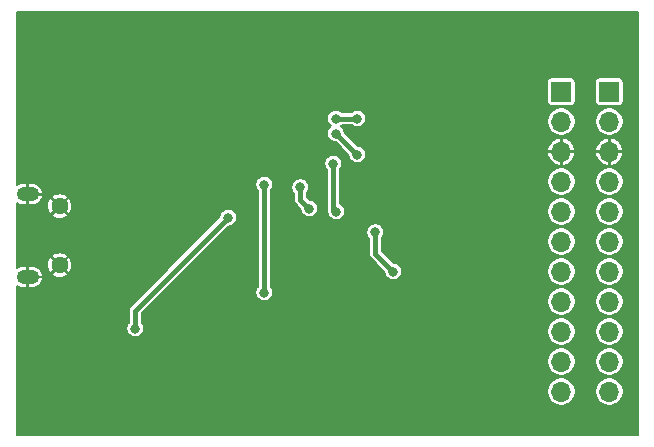
<source format=gbr>
%TF.GenerationSoftware,KiCad,Pcbnew,(5.1.6)-1*%
%TF.CreationDate,2020-05-21T20:48:38+03:00*%
%TF.ProjectId,Sharp G850-Interface,53686172-7020-4473-9835-302d496e7465,rev?*%
%TF.SameCoordinates,Original*%
%TF.FileFunction,Copper,L2,Bot*%
%TF.FilePolarity,Positive*%
%FSLAX46Y46*%
G04 Gerber Fmt 4.6, Leading zero omitted, Abs format (unit mm)*
G04 Created by KiCad (PCBNEW (5.1.6)-1) date 2020-05-21 20:48:38*
%MOMM*%
%LPD*%
G01*
G04 APERTURE LIST*
%TA.AperFunction,ComponentPad*%
%ADD10O,1.700000X1.700000*%
%TD*%
%TA.AperFunction,ComponentPad*%
%ADD11R,1.700000X1.700000*%
%TD*%
%TA.AperFunction,ComponentPad*%
%ADD12O,1.900000X1.200000*%
%TD*%
%TA.AperFunction,ComponentPad*%
%ADD13C,1.450000*%
%TD*%
%TA.AperFunction,ViaPad*%
%ADD14C,0.800000*%
%TD*%
%TA.AperFunction,Conductor*%
%ADD15C,0.400000*%
%TD*%
%TA.AperFunction,Conductor*%
%ADD16C,0.200000*%
%TD*%
G04 APERTURE END LIST*
D10*
%TO.P,J2,11*%
%TO.N,CICalc*%
X216662000Y-118872000D03*
%TO.P,J2,10*%
%TO.N,DSRCalc*%
X216662000Y-116332000D03*
%TO.P,J2,9*%
%TO.N,CTSCalc*%
X216662000Y-113792000D03*
%TO.P,J2,8*%
%TO.N,CDCalc*%
X216662000Y-111252000D03*
%TO.P,J2,7*%
%TO.N,TXCalc*%
X216662000Y-108712000D03*
%TO.P,J2,6*%
%TO.N,RXCalc*%
X216662000Y-106172000D03*
%TO.P,J2,5*%
%TO.N,DTRCalc*%
X216662000Y-103632000D03*
%TO.P,J2,4*%
%TO.N,RTSCalc*%
X216662000Y-101092000D03*
%TO.P,J2,3*%
%TO.N,GND*%
X216662000Y-98552000D03*
%TO.P,J2,2*%
%TO.N,VCCCalc*%
X216662000Y-96012000D03*
D11*
%TO.P,J2,1*%
%TO.N,FG*%
X216662000Y-93472000D03*
%TD*%
D10*
%TO.P,J3,11*%
%TO.N,CICalc*%
X212598000Y-118872000D03*
%TO.P,J3,10*%
%TO.N,DSRCalc*%
X212598000Y-116332000D03*
%TO.P,J3,9*%
%TO.N,CTSCalc*%
X212598000Y-113792000D03*
%TO.P,J3,8*%
%TO.N,CDCalc*%
X212598000Y-111252000D03*
%TO.P,J3,7*%
%TO.N,TXCalc*%
X212598000Y-108712000D03*
%TO.P,J3,6*%
%TO.N,RXCalc*%
X212598000Y-106172000D03*
%TO.P,J3,5*%
%TO.N,DTRCalc*%
X212598000Y-103632000D03*
%TO.P,J3,4*%
%TO.N,RTSCalc*%
X212598000Y-101092000D03*
%TO.P,J3,3*%
%TO.N,GND*%
X212598000Y-98552000D03*
%TO.P,J3,2*%
%TO.N,VCCCalc*%
X212598000Y-96012000D03*
D11*
%TO.P,J3,1*%
%TO.N,FG*%
X212598000Y-93472000D03*
%TD*%
D12*
%TO.P,J1,6*%
%TO.N,GND*%
X167418500Y-109164000D03*
X167418500Y-102164000D03*
D13*
X170118500Y-108164000D03*
X170118500Y-103164000D03*
%TD*%
D14*
%TO.N,GND*%
X172974000Y-98806000D03*
X188976000Y-103632000D03*
X188976000Y-101346000D03*
X195580000Y-102616000D03*
X199390000Y-107188000D03*
X209296000Y-107442000D03*
X191770000Y-113792000D03*
X188214000Y-114046000D03*
X186690000Y-96774000D03*
X191770000Y-100330000D03*
X167640000Y-87630000D03*
X172720000Y-87630000D03*
X177800000Y-87630000D03*
X182880000Y-87630000D03*
X187960000Y-87630000D03*
X193040000Y-87630000D03*
X198120000Y-87630000D03*
X203200000Y-87630000D03*
X208280000Y-87630000D03*
X213360000Y-87630000D03*
X218440000Y-87630000D03*
X167640000Y-121920000D03*
X172720000Y-121920000D03*
X177800000Y-121920000D03*
X182880000Y-121920000D03*
X187960000Y-121920000D03*
X193040000Y-121920000D03*
X198120000Y-121920000D03*
X203200000Y-121920000D03*
X208280000Y-121920000D03*
X213360000Y-121920000D03*
X218440000Y-121920000D03*
X167640000Y-116840000D03*
X167640000Y-111760000D03*
X167640000Y-92710000D03*
X167640000Y-97790000D03*
X218440000Y-92710000D03*
X218440000Y-97790000D03*
X218440000Y-111760000D03*
X218440000Y-116840000D03*
X218440000Y-107950000D03*
X218440000Y-102870000D03*
%TO.N,+5V*%
X184404000Y-104140000D03*
X176530000Y-113538000D03*
%TO.N,VCCIO*%
X187452000Y-110490000D03*
X187452000Y-101346000D03*
%TO.N,Net-(R6-Pad2)*%
X193294000Y-99568000D03*
X193548000Y-103632000D03*
%TO.N,Net-(R8-Pad2)*%
X193510000Y-97028000D03*
X195326000Y-98806000D03*
X196850000Y-105372000D03*
X198374000Y-108712000D03*
%TO.N,Net-(R10-Pad2)*%
X190500000Y-101562000D03*
X191262000Y-103378000D03*
%TO.N,Net-(R12-Pad2)*%
X193510000Y-95758000D03*
X195326000Y-95758000D03*
%TD*%
D15*
%TO.N,+5V*%
X184404000Y-104140000D02*
X176530000Y-112014000D01*
X176530000Y-112014000D02*
X176530000Y-113538000D01*
%TO.N,VCCIO*%
X187452000Y-110490000D02*
X187452000Y-101346000D01*
%TO.N,Net-(R6-Pad2)*%
X193294000Y-99568000D02*
X193294000Y-103378000D01*
X193294000Y-103378000D02*
X193548000Y-103632000D01*
%TO.N,Net-(R8-Pad2)*%
X193510000Y-97028000D02*
X193548000Y-97028000D01*
X193548000Y-97028000D02*
X195326000Y-98806000D01*
X196850000Y-105372000D02*
X196850000Y-107188000D01*
X196850000Y-107188000D02*
X198374000Y-108712000D01*
%TO.N,Net-(R10-Pad2)*%
X190500000Y-101562000D02*
X190500000Y-102616000D01*
X190500000Y-102616000D02*
X191262000Y-103378000D01*
%TO.N,Net-(R12-Pad2)*%
X193510000Y-95758000D02*
X195326000Y-95758000D01*
%TD*%
D16*
%TO.N,GND*%
G36*
X219081000Y-122561000D02*
G01*
X166491000Y-122561000D01*
X166491000Y-118753810D01*
X211398000Y-118753810D01*
X211398000Y-118990190D01*
X211444116Y-119222027D01*
X211534574Y-119440413D01*
X211665899Y-119636955D01*
X211833045Y-119804101D01*
X212029587Y-119935426D01*
X212247973Y-120025884D01*
X212479810Y-120072000D01*
X212716190Y-120072000D01*
X212948027Y-120025884D01*
X213166413Y-119935426D01*
X213362955Y-119804101D01*
X213530101Y-119636955D01*
X213661426Y-119440413D01*
X213751884Y-119222027D01*
X213798000Y-118990190D01*
X213798000Y-118753810D01*
X215462000Y-118753810D01*
X215462000Y-118990190D01*
X215508116Y-119222027D01*
X215598574Y-119440413D01*
X215729899Y-119636955D01*
X215897045Y-119804101D01*
X216093587Y-119935426D01*
X216311973Y-120025884D01*
X216543810Y-120072000D01*
X216780190Y-120072000D01*
X217012027Y-120025884D01*
X217230413Y-119935426D01*
X217426955Y-119804101D01*
X217594101Y-119636955D01*
X217725426Y-119440413D01*
X217815884Y-119222027D01*
X217862000Y-118990190D01*
X217862000Y-118753810D01*
X217815884Y-118521973D01*
X217725426Y-118303587D01*
X217594101Y-118107045D01*
X217426955Y-117939899D01*
X217230413Y-117808574D01*
X217012027Y-117718116D01*
X216780190Y-117672000D01*
X216543810Y-117672000D01*
X216311973Y-117718116D01*
X216093587Y-117808574D01*
X215897045Y-117939899D01*
X215729899Y-118107045D01*
X215598574Y-118303587D01*
X215508116Y-118521973D01*
X215462000Y-118753810D01*
X213798000Y-118753810D01*
X213751884Y-118521973D01*
X213661426Y-118303587D01*
X213530101Y-118107045D01*
X213362955Y-117939899D01*
X213166413Y-117808574D01*
X212948027Y-117718116D01*
X212716190Y-117672000D01*
X212479810Y-117672000D01*
X212247973Y-117718116D01*
X212029587Y-117808574D01*
X211833045Y-117939899D01*
X211665899Y-118107045D01*
X211534574Y-118303587D01*
X211444116Y-118521973D01*
X211398000Y-118753810D01*
X166491000Y-118753810D01*
X166491000Y-116213810D01*
X211398000Y-116213810D01*
X211398000Y-116450190D01*
X211444116Y-116682027D01*
X211534574Y-116900413D01*
X211665899Y-117096955D01*
X211833045Y-117264101D01*
X212029587Y-117395426D01*
X212247973Y-117485884D01*
X212479810Y-117532000D01*
X212716190Y-117532000D01*
X212948027Y-117485884D01*
X213166413Y-117395426D01*
X213362955Y-117264101D01*
X213530101Y-117096955D01*
X213661426Y-116900413D01*
X213751884Y-116682027D01*
X213798000Y-116450190D01*
X213798000Y-116213810D01*
X215462000Y-116213810D01*
X215462000Y-116450190D01*
X215508116Y-116682027D01*
X215598574Y-116900413D01*
X215729899Y-117096955D01*
X215897045Y-117264101D01*
X216093587Y-117395426D01*
X216311973Y-117485884D01*
X216543810Y-117532000D01*
X216780190Y-117532000D01*
X217012027Y-117485884D01*
X217230413Y-117395426D01*
X217426955Y-117264101D01*
X217594101Y-117096955D01*
X217725426Y-116900413D01*
X217815884Y-116682027D01*
X217862000Y-116450190D01*
X217862000Y-116213810D01*
X217815884Y-115981973D01*
X217725426Y-115763587D01*
X217594101Y-115567045D01*
X217426955Y-115399899D01*
X217230413Y-115268574D01*
X217012027Y-115178116D01*
X216780190Y-115132000D01*
X216543810Y-115132000D01*
X216311973Y-115178116D01*
X216093587Y-115268574D01*
X215897045Y-115399899D01*
X215729899Y-115567045D01*
X215598574Y-115763587D01*
X215508116Y-115981973D01*
X215462000Y-116213810D01*
X213798000Y-116213810D01*
X213751884Y-115981973D01*
X213661426Y-115763587D01*
X213530101Y-115567045D01*
X213362955Y-115399899D01*
X213166413Y-115268574D01*
X212948027Y-115178116D01*
X212716190Y-115132000D01*
X212479810Y-115132000D01*
X212247973Y-115178116D01*
X212029587Y-115268574D01*
X211833045Y-115399899D01*
X211665899Y-115567045D01*
X211534574Y-115763587D01*
X211444116Y-115981973D01*
X211398000Y-116213810D01*
X166491000Y-116213810D01*
X166491000Y-113464131D01*
X175780000Y-113464131D01*
X175780000Y-113611869D01*
X175808822Y-113756767D01*
X175865359Y-113893258D01*
X175947437Y-114016097D01*
X176051903Y-114120563D01*
X176174742Y-114202641D01*
X176311233Y-114259178D01*
X176456131Y-114288000D01*
X176603869Y-114288000D01*
X176748767Y-114259178D01*
X176885258Y-114202641D01*
X177008097Y-114120563D01*
X177112563Y-114016097D01*
X177194641Y-113893258D01*
X177251178Y-113756767D01*
X177267679Y-113673810D01*
X211398000Y-113673810D01*
X211398000Y-113910190D01*
X211444116Y-114142027D01*
X211534574Y-114360413D01*
X211665899Y-114556955D01*
X211833045Y-114724101D01*
X212029587Y-114855426D01*
X212247973Y-114945884D01*
X212479810Y-114992000D01*
X212716190Y-114992000D01*
X212948027Y-114945884D01*
X213166413Y-114855426D01*
X213362955Y-114724101D01*
X213530101Y-114556955D01*
X213661426Y-114360413D01*
X213751884Y-114142027D01*
X213798000Y-113910190D01*
X213798000Y-113673810D01*
X215462000Y-113673810D01*
X215462000Y-113910190D01*
X215508116Y-114142027D01*
X215598574Y-114360413D01*
X215729899Y-114556955D01*
X215897045Y-114724101D01*
X216093587Y-114855426D01*
X216311973Y-114945884D01*
X216543810Y-114992000D01*
X216780190Y-114992000D01*
X217012027Y-114945884D01*
X217230413Y-114855426D01*
X217426955Y-114724101D01*
X217594101Y-114556955D01*
X217725426Y-114360413D01*
X217815884Y-114142027D01*
X217862000Y-113910190D01*
X217862000Y-113673810D01*
X217815884Y-113441973D01*
X217725426Y-113223587D01*
X217594101Y-113027045D01*
X217426955Y-112859899D01*
X217230413Y-112728574D01*
X217012027Y-112638116D01*
X216780190Y-112592000D01*
X216543810Y-112592000D01*
X216311973Y-112638116D01*
X216093587Y-112728574D01*
X215897045Y-112859899D01*
X215729899Y-113027045D01*
X215598574Y-113223587D01*
X215508116Y-113441973D01*
X215462000Y-113673810D01*
X213798000Y-113673810D01*
X213751884Y-113441973D01*
X213661426Y-113223587D01*
X213530101Y-113027045D01*
X213362955Y-112859899D01*
X213166413Y-112728574D01*
X212948027Y-112638116D01*
X212716190Y-112592000D01*
X212479810Y-112592000D01*
X212247973Y-112638116D01*
X212029587Y-112728574D01*
X211833045Y-112859899D01*
X211665899Y-113027045D01*
X211534574Y-113223587D01*
X211444116Y-113441973D01*
X211398000Y-113673810D01*
X177267679Y-113673810D01*
X177280000Y-113611869D01*
X177280000Y-113464131D01*
X177251178Y-113319233D01*
X177194641Y-113182742D01*
X177112563Y-113059903D01*
X177080000Y-113027340D01*
X177080000Y-112241817D01*
X184431817Y-104890000D01*
X184477869Y-104890000D01*
X184622767Y-104861178D01*
X184759258Y-104804641D01*
X184882097Y-104722563D01*
X184986563Y-104618097D01*
X185068641Y-104495258D01*
X185125178Y-104358767D01*
X185154000Y-104213869D01*
X185154000Y-104066131D01*
X185125178Y-103921233D01*
X185068641Y-103784742D01*
X184986563Y-103661903D01*
X184882097Y-103557437D01*
X184759258Y-103475359D01*
X184622767Y-103418822D01*
X184477869Y-103390000D01*
X184330131Y-103390000D01*
X184185233Y-103418822D01*
X184048742Y-103475359D01*
X183925903Y-103557437D01*
X183821437Y-103661903D01*
X183739359Y-103784742D01*
X183682822Y-103921233D01*
X183654000Y-104066131D01*
X183654000Y-104112183D01*
X176160196Y-111605987D01*
X176139210Y-111623210D01*
X176070479Y-111706958D01*
X176019408Y-111802507D01*
X175987958Y-111906182D01*
X175980000Y-111986983D01*
X175980000Y-111986992D01*
X175977340Y-112014000D01*
X175980000Y-112041008D01*
X175980001Y-113027339D01*
X175947437Y-113059903D01*
X175865359Y-113182742D01*
X175808822Y-113319233D01*
X175780000Y-113464131D01*
X166491000Y-113464131D01*
X166491000Y-109914970D01*
X166519922Y-109940007D01*
X166681854Y-110032119D01*
X166858645Y-110090869D01*
X167043500Y-110114000D01*
X167393500Y-110114000D01*
X167393500Y-109189000D01*
X167443500Y-109189000D01*
X167443500Y-110114000D01*
X167793500Y-110114000D01*
X167978355Y-110090869D01*
X168155146Y-110032119D01*
X168317078Y-109940007D01*
X168457929Y-109818074D01*
X168572285Y-109671005D01*
X168655752Y-109504452D01*
X168702568Y-109337253D01*
X168630638Y-109189000D01*
X167443500Y-109189000D01*
X167393500Y-109189000D01*
X167373500Y-109189000D01*
X167373500Y-109139000D01*
X167393500Y-109139000D01*
X167393500Y-108214000D01*
X167443500Y-108214000D01*
X167443500Y-109139000D01*
X168630638Y-109139000D01*
X168702568Y-108990747D01*
X168672511Y-108883401D01*
X169434455Y-108883401D01*
X169503969Y-109052362D01*
X169689088Y-109155181D01*
X169890709Y-109219911D01*
X170101084Y-109244062D01*
X170312128Y-109226707D01*
X170515731Y-109168512D01*
X170704069Y-109071714D01*
X170733031Y-109052362D01*
X170802545Y-108883401D01*
X170118500Y-108199355D01*
X169434455Y-108883401D01*
X168672511Y-108883401D01*
X168655752Y-108823548D01*
X168572285Y-108656995D01*
X168457929Y-108509926D01*
X168317078Y-108387993D01*
X168155146Y-108295881D01*
X167978355Y-108237131D01*
X167793500Y-108214000D01*
X167443500Y-108214000D01*
X167393500Y-108214000D01*
X167043500Y-108214000D01*
X166858645Y-108237131D01*
X166681854Y-108295881D01*
X166519922Y-108387993D01*
X166491000Y-108413030D01*
X166491000Y-108146584D01*
X169038438Y-108146584D01*
X169055793Y-108357628D01*
X169113988Y-108561231D01*
X169210786Y-108749569D01*
X169230138Y-108778531D01*
X169399099Y-108848045D01*
X170083145Y-108164000D01*
X170153855Y-108164000D01*
X170837901Y-108848045D01*
X171006862Y-108778531D01*
X171109681Y-108593412D01*
X171174411Y-108391791D01*
X171198562Y-108181416D01*
X171181207Y-107970372D01*
X171123012Y-107766769D01*
X171026214Y-107578431D01*
X171006862Y-107549469D01*
X170837901Y-107479955D01*
X170153855Y-108164000D01*
X170083145Y-108164000D01*
X169399099Y-107479955D01*
X169230138Y-107549469D01*
X169127319Y-107734588D01*
X169062589Y-107936209D01*
X169038438Y-108146584D01*
X166491000Y-108146584D01*
X166491000Y-107444599D01*
X169434455Y-107444599D01*
X170118500Y-108128645D01*
X170802545Y-107444599D01*
X170733031Y-107275638D01*
X170547912Y-107172819D01*
X170346291Y-107108089D01*
X170135916Y-107083938D01*
X169924872Y-107101293D01*
X169721269Y-107159488D01*
X169532931Y-107256286D01*
X169503969Y-107275638D01*
X169434455Y-107444599D01*
X166491000Y-107444599D01*
X166491000Y-103883401D01*
X169434455Y-103883401D01*
X169503969Y-104052362D01*
X169689088Y-104155181D01*
X169890709Y-104219911D01*
X170101084Y-104244062D01*
X170312128Y-104226707D01*
X170515731Y-104168512D01*
X170704069Y-104071714D01*
X170733031Y-104052362D01*
X170802545Y-103883401D01*
X170118500Y-103199355D01*
X169434455Y-103883401D01*
X166491000Y-103883401D01*
X166491000Y-103146584D01*
X169038438Y-103146584D01*
X169055793Y-103357628D01*
X169113988Y-103561231D01*
X169210786Y-103749569D01*
X169230138Y-103778531D01*
X169399099Y-103848045D01*
X170083145Y-103164000D01*
X170153855Y-103164000D01*
X170837901Y-103848045D01*
X171006862Y-103778531D01*
X171109681Y-103593412D01*
X171174411Y-103391791D01*
X171198562Y-103181416D01*
X171181207Y-102970372D01*
X171123012Y-102766769D01*
X171026214Y-102578431D01*
X171006862Y-102549469D01*
X170837901Y-102479955D01*
X170153855Y-103164000D01*
X170083145Y-103164000D01*
X169399099Y-102479955D01*
X169230138Y-102549469D01*
X169127319Y-102734588D01*
X169062589Y-102936209D01*
X169038438Y-103146584D01*
X166491000Y-103146584D01*
X166491000Y-102914970D01*
X166519922Y-102940007D01*
X166681854Y-103032119D01*
X166858645Y-103090869D01*
X167043500Y-103114000D01*
X167393500Y-103114000D01*
X167393500Y-102189000D01*
X167443500Y-102189000D01*
X167443500Y-103114000D01*
X167793500Y-103114000D01*
X167978355Y-103090869D01*
X168155146Y-103032119D01*
X168317078Y-102940007D01*
X168457929Y-102818074D01*
X168572285Y-102671005D01*
X168655752Y-102504452D01*
X168672510Y-102444599D01*
X169434455Y-102444599D01*
X170118500Y-103128645D01*
X170802545Y-102444599D01*
X170733031Y-102275638D01*
X170547912Y-102172819D01*
X170346291Y-102108089D01*
X170135916Y-102083938D01*
X169924872Y-102101293D01*
X169721269Y-102159488D01*
X169532931Y-102256286D01*
X169503969Y-102275638D01*
X169434455Y-102444599D01*
X168672510Y-102444599D01*
X168702568Y-102337253D01*
X168630638Y-102189000D01*
X167443500Y-102189000D01*
X167393500Y-102189000D01*
X167373500Y-102189000D01*
X167373500Y-102139000D01*
X167393500Y-102139000D01*
X167393500Y-101214000D01*
X167443500Y-101214000D01*
X167443500Y-102139000D01*
X168630638Y-102139000D01*
X168702568Y-101990747D01*
X168655752Y-101823548D01*
X168572285Y-101656995D01*
X168457929Y-101509926D01*
X168317078Y-101387993D01*
X168155146Y-101295881D01*
X168083678Y-101272131D01*
X186702000Y-101272131D01*
X186702000Y-101419869D01*
X186730822Y-101564767D01*
X186787359Y-101701258D01*
X186869437Y-101824097D01*
X186902001Y-101856661D01*
X186902000Y-109979340D01*
X186869437Y-110011903D01*
X186787359Y-110134742D01*
X186730822Y-110271233D01*
X186702000Y-110416131D01*
X186702000Y-110563869D01*
X186730822Y-110708767D01*
X186787359Y-110845258D01*
X186869437Y-110968097D01*
X186973903Y-111072563D01*
X187096742Y-111154641D01*
X187233233Y-111211178D01*
X187378131Y-111240000D01*
X187525869Y-111240000D01*
X187670767Y-111211178D01*
X187807258Y-111154641D01*
X187838433Y-111133810D01*
X211398000Y-111133810D01*
X211398000Y-111370190D01*
X211444116Y-111602027D01*
X211534574Y-111820413D01*
X211665899Y-112016955D01*
X211833045Y-112184101D01*
X212029587Y-112315426D01*
X212247973Y-112405884D01*
X212479810Y-112452000D01*
X212716190Y-112452000D01*
X212948027Y-112405884D01*
X213166413Y-112315426D01*
X213362955Y-112184101D01*
X213530101Y-112016955D01*
X213661426Y-111820413D01*
X213751884Y-111602027D01*
X213798000Y-111370190D01*
X213798000Y-111133810D01*
X215462000Y-111133810D01*
X215462000Y-111370190D01*
X215508116Y-111602027D01*
X215598574Y-111820413D01*
X215729899Y-112016955D01*
X215897045Y-112184101D01*
X216093587Y-112315426D01*
X216311973Y-112405884D01*
X216543810Y-112452000D01*
X216780190Y-112452000D01*
X217012027Y-112405884D01*
X217230413Y-112315426D01*
X217426955Y-112184101D01*
X217594101Y-112016955D01*
X217725426Y-111820413D01*
X217815884Y-111602027D01*
X217862000Y-111370190D01*
X217862000Y-111133810D01*
X217815884Y-110901973D01*
X217725426Y-110683587D01*
X217594101Y-110487045D01*
X217426955Y-110319899D01*
X217230413Y-110188574D01*
X217012027Y-110098116D01*
X216780190Y-110052000D01*
X216543810Y-110052000D01*
X216311973Y-110098116D01*
X216093587Y-110188574D01*
X215897045Y-110319899D01*
X215729899Y-110487045D01*
X215598574Y-110683587D01*
X215508116Y-110901973D01*
X215462000Y-111133810D01*
X213798000Y-111133810D01*
X213751884Y-110901973D01*
X213661426Y-110683587D01*
X213530101Y-110487045D01*
X213362955Y-110319899D01*
X213166413Y-110188574D01*
X212948027Y-110098116D01*
X212716190Y-110052000D01*
X212479810Y-110052000D01*
X212247973Y-110098116D01*
X212029587Y-110188574D01*
X211833045Y-110319899D01*
X211665899Y-110487045D01*
X211534574Y-110683587D01*
X211444116Y-110901973D01*
X211398000Y-111133810D01*
X187838433Y-111133810D01*
X187930097Y-111072563D01*
X188034563Y-110968097D01*
X188116641Y-110845258D01*
X188173178Y-110708767D01*
X188202000Y-110563869D01*
X188202000Y-110416131D01*
X188173178Y-110271233D01*
X188116641Y-110134742D01*
X188034563Y-110011903D01*
X188002000Y-109979340D01*
X188002000Y-105298131D01*
X196100000Y-105298131D01*
X196100000Y-105445869D01*
X196128822Y-105590767D01*
X196185359Y-105727258D01*
X196267437Y-105850097D01*
X196300000Y-105882660D01*
X196300001Y-107160982D01*
X196297340Y-107188000D01*
X196307959Y-107295818D01*
X196339409Y-107399494D01*
X196390479Y-107495042D01*
X196441987Y-107557804D01*
X196441993Y-107557810D01*
X196459211Y-107578790D01*
X196480191Y-107596008D01*
X197624000Y-108739818D01*
X197624000Y-108785869D01*
X197652822Y-108930767D01*
X197709359Y-109067258D01*
X197791437Y-109190097D01*
X197895903Y-109294563D01*
X198018742Y-109376641D01*
X198155233Y-109433178D01*
X198300131Y-109462000D01*
X198447869Y-109462000D01*
X198592767Y-109433178D01*
X198729258Y-109376641D01*
X198852097Y-109294563D01*
X198956563Y-109190097D01*
X199038641Y-109067258D01*
X199095178Y-108930767D01*
X199124000Y-108785869D01*
X199124000Y-108638131D01*
X199115185Y-108593810D01*
X211398000Y-108593810D01*
X211398000Y-108830190D01*
X211444116Y-109062027D01*
X211534574Y-109280413D01*
X211665899Y-109476955D01*
X211833045Y-109644101D01*
X212029587Y-109775426D01*
X212247973Y-109865884D01*
X212479810Y-109912000D01*
X212716190Y-109912000D01*
X212948027Y-109865884D01*
X213166413Y-109775426D01*
X213362955Y-109644101D01*
X213530101Y-109476955D01*
X213661426Y-109280413D01*
X213751884Y-109062027D01*
X213798000Y-108830190D01*
X213798000Y-108593810D01*
X215462000Y-108593810D01*
X215462000Y-108830190D01*
X215508116Y-109062027D01*
X215598574Y-109280413D01*
X215729899Y-109476955D01*
X215897045Y-109644101D01*
X216093587Y-109775426D01*
X216311973Y-109865884D01*
X216543810Y-109912000D01*
X216780190Y-109912000D01*
X217012027Y-109865884D01*
X217230413Y-109775426D01*
X217426955Y-109644101D01*
X217594101Y-109476955D01*
X217725426Y-109280413D01*
X217815884Y-109062027D01*
X217862000Y-108830190D01*
X217862000Y-108593810D01*
X217815884Y-108361973D01*
X217725426Y-108143587D01*
X217594101Y-107947045D01*
X217426955Y-107779899D01*
X217230413Y-107648574D01*
X217012027Y-107558116D01*
X216780190Y-107512000D01*
X216543810Y-107512000D01*
X216311973Y-107558116D01*
X216093587Y-107648574D01*
X215897045Y-107779899D01*
X215729899Y-107947045D01*
X215598574Y-108143587D01*
X215508116Y-108361973D01*
X215462000Y-108593810D01*
X213798000Y-108593810D01*
X213751884Y-108361973D01*
X213661426Y-108143587D01*
X213530101Y-107947045D01*
X213362955Y-107779899D01*
X213166413Y-107648574D01*
X212948027Y-107558116D01*
X212716190Y-107512000D01*
X212479810Y-107512000D01*
X212247973Y-107558116D01*
X212029587Y-107648574D01*
X211833045Y-107779899D01*
X211665899Y-107947045D01*
X211534574Y-108143587D01*
X211444116Y-108361973D01*
X211398000Y-108593810D01*
X199115185Y-108593810D01*
X199095178Y-108493233D01*
X199038641Y-108356742D01*
X198956563Y-108233903D01*
X198852097Y-108129437D01*
X198729258Y-108047359D01*
X198592767Y-107990822D01*
X198447869Y-107962000D01*
X198401818Y-107962000D01*
X197400000Y-106960183D01*
X197400000Y-106053810D01*
X211398000Y-106053810D01*
X211398000Y-106290190D01*
X211444116Y-106522027D01*
X211534574Y-106740413D01*
X211665899Y-106936955D01*
X211833045Y-107104101D01*
X212029587Y-107235426D01*
X212247973Y-107325884D01*
X212479810Y-107372000D01*
X212716190Y-107372000D01*
X212948027Y-107325884D01*
X213166413Y-107235426D01*
X213362955Y-107104101D01*
X213530101Y-106936955D01*
X213661426Y-106740413D01*
X213751884Y-106522027D01*
X213798000Y-106290190D01*
X213798000Y-106053810D01*
X215462000Y-106053810D01*
X215462000Y-106290190D01*
X215508116Y-106522027D01*
X215598574Y-106740413D01*
X215729899Y-106936955D01*
X215897045Y-107104101D01*
X216093587Y-107235426D01*
X216311973Y-107325884D01*
X216543810Y-107372000D01*
X216780190Y-107372000D01*
X217012027Y-107325884D01*
X217230413Y-107235426D01*
X217426955Y-107104101D01*
X217594101Y-106936955D01*
X217725426Y-106740413D01*
X217815884Y-106522027D01*
X217862000Y-106290190D01*
X217862000Y-106053810D01*
X217815884Y-105821973D01*
X217725426Y-105603587D01*
X217594101Y-105407045D01*
X217426955Y-105239899D01*
X217230413Y-105108574D01*
X217012027Y-105018116D01*
X216780190Y-104972000D01*
X216543810Y-104972000D01*
X216311973Y-105018116D01*
X216093587Y-105108574D01*
X215897045Y-105239899D01*
X215729899Y-105407045D01*
X215598574Y-105603587D01*
X215508116Y-105821973D01*
X215462000Y-106053810D01*
X213798000Y-106053810D01*
X213751884Y-105821973D01*
X213661426Y-105603587D01*
X213530101Y-105407045D01*
X213362955Y-105239899D01*
X213166413Y-105108574D01*
X212948027Y-105018116D01*
X212716190Y-104972000D01*
X212479810Y-104972000D01*
X212247973Y-105018116D01*
X212029587Y-105108574D01*
X211833045Y-105239899D01*
X211665899Y-105407045D01*
X211534574Y-105603587D01*
X211444116Y-105821973D01*
X211398000Y-106053810D01*
X197400000Y-106053810D01*
X197400000Y-105882660D01*
X197432563Y-105850097D01*
X197514641Y-105727258D01*
X197571178Y-105590767D01*
X197600000Y-105445869D01*
X197600000Y-105298131D01*
X197571178Y-105153233D01*
X197514641Y-105016742D01*
X197432563Y-104893903D01*
X197328097Y-104789437D01*
X197205258Y-104707359D01*
X197068767Y-104650822D01*
X196923869Y-104622000D01*
X196776131Y-104622000D01*
X196631233Y-104650822D01*
X196494742Y-104707359D01*
X196371903Y-104789437D01*
X196267437Y-104893903D01*
X196185359Y-105016742D01*
X196128822Y-105153233D01*
X196100000Y-105298131D01*
X188002000Y-105298131D01*
X188002000Y-101856660D01*
X188034563Y-101824097D01*
X188116641Y-101701258D01*
X188173178Y-101564767D01*
X188188421Y-101488131D01*
X189750000Y-101488131D01*
X189750000Y-101635869D01*
X189778822Y-101780767D01*
X189835359Y-101917258D01*
X189917437Y-102040097D01*
X189950000Y-102072660D01*
X189950001Y-102588983D01*
X189947340Y-102616000D01*
X189950001Y-102643018D01*
X189957959Y-102723819D01*
X189986551Y-102818074D01*
X189989409Y-102827494D01*
X190040479Y-102923042D01*
X190091987Y-102985804D01*
X190091993Y-102985810D01*
X190109211Y-103006790D01*
X190130191Y-103024008D01*
X190512000Y-103405817D01*
X190512000Y-103451869D01*
X190540822Y-103596767D01*
X190597359Y-103733258D01*
X190679437Y-103856097D01*
X190783903Y-103960563D01*
X190906742Y-104042641D01*
X191043233Y-104099178D01*
X191188131Y-104128000D01*
X191335869Y-104128000D01*
X191480767Y-104099178D01*
X191617258Y-104042641D01*
X191740097Y-103960563D01*
X191844563Y-103856097D01*
X191926641Y-103733258D01*
X191983178Y-103596767D01*
X192012000Y-103451869D01*
X192012000Y-103304131D01*
X191983178Y-103159233D01*
X191926641Y-103022742D01*
X191844563Y-102899903D01*
X191740097Y-102795437D01*
X191617258Y-102713359D01*
X191480767Y-102656822D01*
X191335869Y-102628000D01*
X191289817Y-102628000D01*
X191050000Y-102388183D01*
X191050000Y-102072660D01*
X191082563Y-102040097D01*
X191164641Y-101917258D01*
X191221178Y-101780767D01*
X191250000Y-101635869D01*
X191250000Y-101488131D01*
X191221178Y-101343233D01*
X191164641Y-101206742D01*
X191082563Y-101083903D01*
X190978097Y-100979437D01*
X190855258Y-100897359D01*
X190718767Y-100840822D01*
X190573869Y-100812000D01*
X190426131Y-100812000D01*
X190281233Y-100840822D01*
X190144742Y-100897359D01*
X190021903Y-100979437D01*
X189917437Y-101083903D01*
X189835359Y-101206742D01*
X189778822Y-101343233D01*
X189750000Y-101488131D01*
X188188421Y-101488131D01*
X188202000Y-101419869D01*
X188202000Y-101272131D01*
X188173178Y-101127233D01*
X188116641Y-100990742D01*
X188034563Y-100867903D01*
X187930097Y-100763437D01*
X187807258Y-100681359D01*
X187670767Y-100624822D01*
X187525869Y-100596000D01*
X187378131Y-100596000D01*
X187233233Y-100624822D01*
X187096742Y-100681359D01*
X186973903Y-100763437D01*
X186869437Y-100867903D01*
X186787359Y-100990742D01*
X186730822Y-101127233D01*
X186702000Y-101272131D01*
X168083678Y-101272131D01*
X167978355Y-101237131D01*
X167793500Y-101214000D01*
X167443500Y-101214000D01*
X167393500Y-101214000D01*
X167043500Y-101214000D01*
X166858645Y-101237131D01*
X166681854Y-101295881D01*
X166519922Y-101387993D01*
X166491000Y-101413030D01*
X166491000Y-99494131D01*
X192544000Y-99494131D01*
X192544000Y-99641869D01*
X192572822Y-99786767D01*
X192629359Y-99923258D01*
X192711437Y-100046097D01*
X192744000Y-100078660D01*
X192744001Y-103350982D01*
X192741340Y-103378000D01*
X192744001Y-103405018D01*
X192751959Y-103485819D01*
X192773895Y-103558131D01*
X192783409Y-103589494D01*
X192798000Y-103616793D01*
X192798000Y-103705869D01*
X192826822Y-103850767D01*
X192883359Y-103987258D01*
X192965437Y-104110097D01*
X193069903Y-104214563D01*
X193192742Y-104296641D01*
X193329233Y-104353178D01*
X193474131Y-104382000D01*
X193621869Y-104382000D01*
X193766767Y-104353178D01*
X193903258Y-104296641D01*
X194026097Y-104214563D01*
X194130563Y-104110097D01*
X194212641Y-103987258D01*
X194269178Y-103850767D01*
X194298000Y-103705869D01*
X194298000Y-103558131D01*
X194289185Y-103513810D01*
X211398000Y-103513810D01*
X211398000Y-103750190D01*
X211444116Y-103982027D01*
X211534574Y-104200413D01*
X211665899Y-104396955D01*
X211833045Y-104564101D01*
X212029587Y-104695426D01*
X212247973Y-104785884D01*
X212479810Y-104832000D01*
X212716190Y-104832000D01*
X212948027Y-104785884D01*
X213166413Y-104695426D01*
X213362955Y-104564101D01*
X213530101Y-104396955D01*
X213661426Y-104200413D01*
X213751884Y-103982027D01*
X213798000Y-103750190D01*
X213798000Y-103513810D01*
X215462000Y-103513810D01*
X215462000Y-103750190D01*
X215508116Y-103982027D01*
X215598574Y-104200413D01*
X215729899Y-104396955D01*
X215897045Y-104564101D01*
X216093587Y-104695426D01*
X216311973Y-104785884D01*
X216543810Y-104832000D01*
X216780190Y-104832000D01*
X217012027Y-104785884D01*
X217230413Y-104695426D01*
X217426955Y-104564101D01*
X217594101Y-104396955D01*
X217725426Y-104200413D01*
X217815884Y-103982027D01*
X217862000Y-103750190D01*
X217862000Y-103513810D01*
X217815884Y-103281973D01*
X217725426Y-103063587D01*
X217594101Y-102867045D01*
X217426955Y-102699899D01*
X217230413Y-102568574D01*
X217012027Y-102478116D01*
X216780190Y-102432000D01*
X216543810Y-102432000D01*
X216311973Y-102478116D01*
X216093587Y-102568574D01*
X215897045Y-102699899D01*
X215729899Y-102867045D01*
X215598574Y-103063587D01*
X215508116Y-103281973D01*
X215462000Y-103513810D01*
X213798000Y-103513810D01*
X213751884Y-103281973D01*
X213661426Y-103063587D01*
X213530101Y-102867045D01*
X213362955Y-102699899D01*
X213166413Y-102568574D01*
X212948027Y-102478116D01*
X212716190Y-102432000D01*
X212479810Y-102432000D01*
X212247973Y-102478116D01*
X212029587Y-102568574D01*
X211833045Y-102699899D01*
X211665899Y-102867045D01*
X211534574Y-103063587D01*
X211444116Y-103281973D01*
X211398000Y-103513810D01*
X194289185Y-103513810D01*
X194269178Y-103413233D01*
X194212641Y-103276742D01*
X194130563Y-103153903D01*
X194026097Y-103049437D01*
X193903258Y-102967359D01*
X193844000Y-102942813D01*
X193844000Y-100973810D01*
X211398000Y-100973810D01*
X211398000Y-101210190D01*
X211444116Y-101442027D01*
X211534574Y-101660413D01*
X211665899Y-101856955D01*
X211833045Y-102024101D01*
X212029587Y-102155426D01*
X212247973Y-102245884D01*
X212479810Y-102292000D01*
X212716190Y-102292000D01*
X212948027Y-102245884D01*
X213166413Y-102155426D01*
X213362955Y-102024101D01*
X213530101Y-101856955D01*
X213661426Y-101660413D01*
X213751884Y-101442027D01*
X213798000Y-101210190D01*
X213798000Y-100973810D01*
X215462000Y-100973810D01*
X215462000Y-101210190D01*
X215508116Y-101442027D01*
X215598574Y-101660413D01*
X215729899Y-101856955D01*
X215897045Y-102024101D01*
X216093587Y-102155426D01*
X216311973Y-102245884D01*
X216543810Y-102292000D01*
X216780190Y-102292000D01*
X217012027Y-102245884D01*
X217230413Y-102155426D01*
X217426955Y-102024101D01*
X217594101Y-101856955D01*
X217725426Y-101660413D01*
X217815884Y-101442027D01*
X217862000Y-101210190D01*
X217862000Y-100973810D01*
X217815884Y-100741973D01*
X217725426Y-100523587D01*
X217594101Y-100327045D01*
X217426955Y-100159899D01*
X217230413Y-100028574D01*
X217012027Y-99938116D01*
X216780190Y-99892000D01*
X216543810Y-99892000D01*
X216311973Y-99938116D01*
X216093587Y-100028574D01*
X215897045Y-100159899D01*
X215729899Y-100327045D01*
X215598574Y-100523587D01*
X215508116Y-100741973D01*
X215462000Y-100973810D01*
X213798000Y-100973810D01*
X213751884Y-100741973D01*
X213661426Y-100523587D01*
X213530101Y-100327045D01*
X213362955Y-100159899D01*
X213166413Y-100028574D01*
X212948027Y-99938116D01*
X212716190Y-99892000D01*
X212479810Y-99892000D01*
X212247973Y-99938116D01*
X212029587Y-100028574D01*
X211833045Y-100159899D01*
X211665899Y-100327045D01*
X211534574Y-100523587D01*
X211444116Y-100741973D01*
X211398000Y-100973810D01*
X193844000Y-100973810D01*
X193844000Y-100078660D01*
X193876563Y-100046097D01*
X193958641Y-99923258D01*
X194015178Y-99786767D01*
X194044000Y-99641869D01*
X194044000Y-99494131D01*
X194015178Y-99349233D01*
X193958641Y-99212742D01*
X193876563Y-99089903D01*
X193772097Y-98985437D01*
X193649258Y-98903359D01*
X193512767Y-98846822D01*
X193367869Y-98818000D01*
X193220131Y-98818000D01*
X193075233Y-98846822D01*
X192938742Y-98903359D01*
X192815903Y-98985437D01*
X192711437Y-99089903D01*
X192629359Y-99212742D01*
X192572822Y-99349233D01*
X192544000Y-99494131D01*
X166491000Y-99494131D01*
X166491000Y-95684131D01*
X192760000Y-95684131D01*
X192760000Y-95831869D01*
X192788822Y-95976767D01*
X192845359Y-96113258D01*
X192927437Y-96236097D01*
X193031903Y-96340563D01*
X193110381Y-96393000D01*
X193031903Y-96445437D01*
X192927437Y-96549903D01*
X192845359Y-96672742D01*
X192788822Y-96809233D01*
X192760000Y-96954131D01*
X192760000Y-97101869D01*
X192788822Y-97246767D01*
X192845359Y-97383258D01*
X192927437Y-97506097D01*
X193031903Y-97610563D01*
X193154742Y-97692641D01*
X193291233Y-97749178D01*
X193436131Y-97778000D01*
X193520183Y-97778000D01*
X194576000Y-98833817D01*
X194576000Y-98879869D01*
X194604822Y-99024767D01*
X194661359Y-99161258D01*
X194743437Y-99284097D01*
X194847903Y-99388563D01*
X194970742Y-99470641D01*
X195107233Y-99527178D01*
X195252131Y-99556000D01*
X195399869Y-99556000D01*
X195544767Y-99527178D01*
X195681258Y-99470641D01*
X195804097Y-99388563D01*
X195908563Y-99284097D01*
X195990641Y-99161258D01*
X196047178Y-99024767D01*
X196076000Y-98879869D01*
X196076000Y-98764373D01*
X211416942Y-98764373D01*
X211425573Y-98807764D01*
X211497998Y-99031579D01*
X211612696Y-99236964D01*
X211765258Y-99416026D01*
X211949822Y-99561884D01*
X212159295Y-99668933D01*
X212385627Y-99733059D01*
X212573000Y-99664241D01*
X212573000Y-98577000D01*
X212623000Y-98577000D01*
X212623000Y-99664241D01*
X212810373Y-99733059D01*
X213036705Y-99668933D01*
X213246178Y-99561884D01*
X213430742Y-99416026D01*
X213583304Y-99236964D01*
X213698002Y-99031579D01*
X213770427Y-98807764D01*
X213779058Y-98764373D01*
X215480942Y-98764373D01*
X215489573Y-98807764D01*
X215561998Y-99031579D01*
X215676696Y-99236964D01*
X215829258Y-99416026D01*
X216013822Y-99561884D01*
X216223295Y-99668933D01*
X216449627Y-99733059D01*
X216637000Y-99664241D01*
X216637000Y-98577000D01*
X216687000Y-98577000D01*
X216687000Y-99664241D01*
X216874373Y-99733059D01*
X217100705Y-99668933D01*
X217310178Y-99561884D01*
X217494742Y-99416026D01*
X217647304Y-99236964D01*
X217762002Y-99031579D01*
X217834427Y-98807764D01*
X217843058Y-98764373D01*
X217774219Y-98577000D01*
X216687000Y-98577000D01*
X216637000Y-98577000D01*
X215549781Y-98577000D01*
X215480942Y-98764373D01*
X213779058Y-98764373D01*
X213710219Y-98577000D01*
X212623000Y-98577000D01*
X212573000Y-98577000D01*
X211485781Y-98577000D01*
X211416942Y-98764373D01*
X196076000Y-98764373D01*
X196076000Y-98732131D01*
X196047178Y-98587233D01*
X195990641Y-98450742D01*
X195916397Y-98339627D01*
X211416942Y-98339627D01*
X211485781Y-98527000D01*
X212573000Y-98527000D01*
X212573000Y-97439759D01*
X212623000Y-97439759D01*
X212623000Y-98527000D01*
X213710219Y-98527000D01*
X213779058Y-98339627D01*
X215480942Y-98339627D01*
X215549781Y-98527000D01*
X216637000Y-98527000D01*
X216637000Y-97439759D01*
X216687000Y-97439759D01*
X216687000Y-98527000D01*
X217774219Y-98527000D01*
X217843058Y-98339627D01*
X217834427Y-98296236D01*
X217762002Y-98072421D01*
X217647304Y-97867036D01*
X217494742Y-97687974D01*
X217310178Y-97542116D01*
X217100705Y-97435067D01*
X216874373Y-97370941D01*
X216687000Y-97439759D01*
X216637000Y-97439759D01*
X216449627Y-97370941D01*
X216223295Y-97435067D01*
X216013822Y-97542116D01*
X215829258Y-97687974D01*
X215676696Y-97867036D01*
X215561998Y-98072421D01*
X215489573Y-98296236D01*
X215480942Y-98339627D01*
X213779058Y-98339627D01*
X213770427Y-98296236D01*
X213698002Y-98072421D01*
X213583304Y-97867036D01*
X213430742Y-97687974D01*
X213246178Y-97542116D01*
X213036705Y-97435067D01*
X212810373Y-97370941D01*
X212623000Y-97439759D01*
X212573000Y-97439759D01*
X212385627Y-97370941D01*
X212159295Y-97435067D01*
X211949822Y-97542116D01*
X211765258Y-97687974D01*
X211612696Y-97867036D01*
X211497998Y-98072421D01*
X211425573Y-98296236D01*
X211416942Y-98339627D01*
X195916397Y-98339627D01*
X195908563Y-98327903D01*
X195804097Y-98223437D01*
X195681258Y-98141359D01*
X195544767Y-98084822D01*
X195399869Y-98056000D01*
X195353817Y-98056000D01*
X194260000Y-96962183D01*
X194260000Y-96954131D01*
X194231178Y-96809233D01*
X194174641Y-96672742D01*
X194092563Y-96549903D01*
X193988097Y-96445437D01*
X193909619Y-96393000D01*
X193988097Y-96340563D01*
X194020660Y-96308000D01*
X194815340Y-96308000D01*
X194847903Y-96340563D01*
X194970742Y-96422641D01*
X195107233Y-96479178D01*
X195252131Y-96508000D01*
X195399869Y-96508000D01*
X195544767Y-96479178D01*
X195681258Y-96422641D01*
X195804097Y-96340563D01*
X195908563Y-96236097D01*
X195990641Y-96113258D01*
X196047178Y-95976767D01*
X196063679Y-95893810D01*
X211398000Y-95893810D01*
X211398000Y-96130190D01*
X211444116Y-96362027D01*
X211534574Y-96580413D01*
X211665899Y-96776955D01*
X211833045Y-96944101D01*
X212029587Y-97075426D01*
X212247973Y-97165884D01*
X212479810Y-97212000D01*
X212716190Y-97212000D01*
X212948027Y-97165884D01*
X213166413Y-97075426D01*
X213362955Y-96944101D01*
X213530101Y-96776955D01*
X213661426Y-96580413D01*
X213751884Y-96362027D01*
X213798000Y-96130190D01*
X213798000Y-95893810D01*
X215462000Y-95893810D01*
X215462000Y-96130190D01*
X215508116Y-96362027D01*
X215598574Y-96580413D01*
X215729899Y-96776955D01*
X215897045Y-96944101D01*
X216093587Y-97075426D01*
X216311973Y-97165884D01*
X216543810Y-97212000D01*
X216780190Y-97212000D01*
X217012027Y-97165884D01*
X217230413Y-97075426D01*
X217426955Y-96944101D01*
X217594101Y-96776955D01*
X217725426Y-96580413D01*
X217815884Y-96362027D01*
X217862000Y-96130190D01*
X217862000Y-95893810D01*
X217815884Y-95661973D01*
X217725426Y-95443587D01*
X217594101Y-95247045D01*
X217426955Y-95079899D01*
X217230413Y-94948574D01*
X217012027Y-94858116D01*
X216780190Y-94812000D01*
X216543810Y-94812000D01*
X216311973Y-94858116D01*
X216093587Y-94948574D01*
X215897045Y-95079899D01*
X215729899Y-95247045D01*
X215598574Y-95443587D01*
X215508116Y-95661973D01*
X215462000Y-95893810D01*
X213798000Y-95893810D01*
X213751884Y-95661973D01*
X213661426Y-95443587D01*
X213530101Y-95247045D01*
X213362955Y-95079899D01*
X213166413Y-94948574D01*
X212948027Y-94858116D01*
X212716190Y-94812000D01*
X212479810Y-94812000D01*
X212247973Y-94858116D01*
X212029587Y-94948574D01*
X211833045Y-95079899D01*
X211665899Y-95247045D01*
X211534574Y-95443587D01*
X211444116Y-95661973D01*
X211398000Y-95893810D01*
X196063679Y-95893810D01*
X196076000Y-95831869D01*
X196076000Y-95684131D01*
X196047178Y-95539233D01*
X195990641Y-95402742D01*
X195908563Y-95279903D01*
X195804097Y-95175437D01*
X195681258Y-95093359D01*
X195544767Y-95036822D01*
X195399869Y-95008000D01*
X195252131Y-95008000D01*
X195107233Y-95036822D01*
X194970742Y-95093359D01*
X194847903Y-95175437D01*
X194815340Y-95208000D01*
X194020660Y-95208000D01*
X193988097Y-95175437D01*
X193865258Y-95093359D01*
X193728767Y-95036822D01*
X193583869Y-95008000D01*
X193436131Y-95008000D01*
X193291233Y-95036822D01*
X193154742Y-95093359D01*
X193031903Y-95175437D01*
X192927437Y-95279903D01*
X192845359Y-95402742D01*
X192788822Y-95539233D01*
X192760000Y-95684131D01*
X166491000Y-95684131D01*
X166491000Y-92622000D01*
X211396307Y-92622000D01*
X211396307Y-94322000D01*
X211403065Y-94390612D01*
X211423078Y-94456587D01*
X211455578Y-94517390D01*
X211499315Y-94570685D01*
X211552610Y-94614422D01*
X211613413Y-94646922D01*
X211679388Y-94666935D01*
X211748000Y-94673693D01*
X213448000Y-94673693D01*
X213516612Y-94666935D01*
X213582587Y-94646922D01*
X213643390Y-94614422D01*
X213696685Y-94570685D01*
X213740422Y-94517390D01*
X213772922Y-94456587D01*
X213792935Y-94390612D01*
X213799693Y-94322000D01*
X213799693Y-92622000D01*
X215460307Y-92622000D01*
X215460307Y-94322000D01*
X215467065Y-94390612D01*
X215487078Y-94456587D01*
X215519578Y-94517390D01*
X215563315Y-94570685D01*
X215616610Y-94614422D01*
X215677413Y-94646922D01*
X215743388Y-94666935D01*
X215812000Y-94673693D01*
X217512000Y-94673693D01*
X217580612Y-94666935D01*
X217646587Y-94646922D01*
X217707390Y-94614422D01*
X217760685Y-94570685D01*
X217804422Y-94517390D01*
X217836922Y-94456587D01*
X217856935Y-94390612D01*
X217863693Y-94322000D01*
X217863693Y-92622000D01*
X217856935Y-92553388D01*
X217836922Y-92487413D01*
X217804422Y-92426610D01*
X217760685Y-92373315D01*
X217707390Y-92329578D01*
X217646587Y-92297078D01*
X217580612Y-92277065D01*
X217512000Y-92270307D01*
X215812000Y-92270307D01*
X215743388Y-92277065D01*
X215677413Y-92297078D01*
X215616610Y-92329578D01*
X215563315Y-92373315D01*
X215519578Y-92426610D01*
X215487078Y-92487413D01*
X215467065Y-92553388D01*
X215460307Y-92622000D01*
X213799693Y-92622000D01*
X213792935Y-92553388D01*
X213772922Y-92487413D01*
X213740422Y-92426610D01*
X213696685Y-92373315D01*
X213643390Y-92329578D01*
X213582587Y-92297078D01*
X213516612Y-92277065D01*
X213448000Y-92270307D01*
X211748000Y-92270307D01*
X211679388Y-92277065D01*
X211613413Y-92297078D01*
X211552610Y-92329578D01*
X211499315Y-92373315D01*
X211455578Y-92426610D01*
X211423078Y-92487413D01*
X211403065Y-92553388D01*
X211396307Y-92622000D01*
X166491000Y-92622000D01*
X166491000Y-86735000D01*
X219081001Y-86735000D01*
X219081000Y-122561000D01*
G37*
X219081000Y-122561000D02*
X166491000Y-122561000D01*
X166491000Y-118753810D01*
X211398000Y-118753810D01*
X211398000Y-118990190D01*
X211444116Y-119222027D01*
X211534574Y-119440413D01*
X211665899Y-119636955D01*
X211833045Y-119804101D01*
X212029587Y-119935426D01*
X212247973Y-120025884D01*
X212479810Y-120072000D01*
X212716190Y-120072000D01*
X212948027Y-120025884D01*
X213166413Y-119935426D01*
X213362955Y-119804101D01*
X213530101Y-119636955D01*
X213661426Y-119440413D01*
X213751884Y-119222027D01*
X213798000Y-118990190D01*
X213798000Y-118753810D01*
X215462000Y-118753810D01*
X215462000Y-118990190D01*
X215508116Y-119222027D01*
X215598574Y-119440413D01*
X215729899Y-119636955D01*
X215897045Y-119804101D01*
X216093587Y-119935426D01*
X216311973Y-120025884D01*
X216543810Y-120072000D01*
X216780190Y-120072000D01*
X217012027Y-120025884D01*
X217230413Y-119935426D01*
X217426955Y-119804101D01*
X217594101Y-119636955D01*
X217725426Y-119440413D01*
X217815884Y-119222027D01*
X217862000Y-118990190D01*
X217862000Y-118753810D01*
X217815884Y-118521973D01*
X217725426Y-118303587D01*
X217594101Y-118107045D01*
X217426955Y-117939899D01*
X217230413Y-117808574D01*
X217012027Y-117718116D01*
X216780190Y-117672000D01*
X216543810Y-117672000D01*
X216311973Y-117718116D01*
X216093587Y-117808574D01*
X215897045Y-117939899D01*
X215729899Y-118107045D01*
X215598574Y-118303587D01*
X215508116Y-118521973D01*
X215462000Y-118753810D01*
X213798000Y-118753810D01*
X213751884Y-118521973D01*
X213661426Y-118303587D01*
X213530101Y-118107045D01*
X213362955Y-117939899D01*
X213166413Y-117808574D01*
X212948027Y-117718116D01*
X212716190Y-117672000D01*
X212479810Y-117672000D01*
X212247973Y-117718116D01*
X212029587Y-117808574D01*
X211833045Y-117939899D01*
X211665899Y-118107045D01*
X211534574Y-118303587D01*
X211444116Y-118521973D01*
X211398000Y-118753810D01*
X166491000Y-118753810D01*
X166491000Y-116213810D01*
X211398000Y-116213810D01*
X211398000Y-116450190D01*
X211444116Y-116682027D01*
X211534574Y-116900413D01*
X211665899Y-117096955D01*
X211833045Y-117264101D01*
X212029587Y-117395426D01*
X212247973Y-117485884D01*
X212479810Y-117532000D01*
X212716190Y-117532000D01*
X212948027Y-117485884D01*
X213166413Y-117395426D01*
X213362955Y-117264101D01*
X213530101Y-117096955D01*
X213661426Y-116900413D01*
X213751884Y-116682027D01*
X213798000Y-116450190D01*
X213798000Y-116213810D01*
X215462000Y-116213810D01*
X215462000Y-116450190D01*
X215508116Y-116682027D01*
X215598574Y-116900413D01*
X215729899Y-117096955D01*
X215897045Y-117264101D01*
X216093587Y-117395426D01*
X216311973Y-117485884D01*
X216543810Y-117532000D01*
X216780190Y-117532000D01*
X217012027Y-117485884D01*
X217230413Y-117395426D01*
X217426955Y-117264101D01*
X217594101Y-117096955D01*
X217725426Y-116900413D01*
X217815884Y-116682027D01*
X217862000Y-116450190D01*
X217862000Y-116213810D01*
X217815884Y-115981973D01*
X217725426Y-115763587D01*
X217594101Y-115567045D01*
X217426955Y-115399899D01*
X217230413Y-115268574D01*
X217012027Y-115178116D01*
X216780190Y-115132000D01*
X216543810Y-115132000D01*
X216311973Y-115178116D01*
X216093587Y-115268574D01*
X215897045Y-115399899D01*
X215729899Y-115567045D01*
X215598574Y-115763587D01*
X215508116Y-115981973D01*
X215462000Y-116213810D01*
X213798000Y-116213810D01*
X213751884Y-115981973D01*
X213661426Y-115763587D01*
X213530101Y-115567045D01*
X213362955Y-115399899D01*
X213166413Y-115268574D01*
X212948027Y-115178116D01*
X212716190Y-115132000D01*
X212479810Y-115132000D01*
X212247973Y-115178116D01*
X212029587Y-115268574D01*
X211833045Y-115399899D01*
X211665899Y-115567045D01*
X211534574Y-115763587D01*
X211444116Y-115981973D01*
X211398000Y-116213810D01*
X166491000Y-116213810D01*
X166491000Y-113464131D01*
X175780000Y-113464131D01*
X175780000Y-113611869D01*
X175808822Y-113756767D01*
X175865359Y-113893258D01*
X175947437Y-114016097D01*
X176051903Y-114120563D01*
X176174742Y-114202641D01*
X176311233Y-114259178D01*
X176456131Y-114288000D01*
X176603869Y-114288000D01*
X176748767Y-114259178D01*
X176885258Y-114202641D01*
X177008097Y-114120563D01*
X177112563Y-114016097D01*
X177194641Y-113893258D01*
X177251178Y-113756767D01*
X177267679Y-113673810D01*
X211398000Y-113673810D01*
X211398000Y-113910190D01*
X211444116Y-114142027D01*
X211534574Y-114360413D01*
X211665899Y-114556955D01*
X211833045Y-114724101D01*
X212029587Y-114855426D01*
X212247973Y-114945884D01*
X212479810Y-114992000D01*
X212716190Y-114992000D01*
X212948027Y-114945884D01*
X213166413Y-114855426D01*
X213362955Y-114724101D01*
X213530101Y-114556955D01*
X213661426Y-114360413D01*
X213751884Y-114142027D01*
X213798000Y-113910190D01*
X213798000Y-113673810D01*
X215462000Y-113673810D01*
X215462000Y-113910190D01*
X215508116Y-114142027D01*
X215598574Y-114360413D01*
X215729899Y-114556955D01*
X215897045Y-114724101D01*
X216093587Y-114855426D01*
X216311973Y-114945884D01*
X216543810Y-114992000D01*
X216780190Y-114992000D01*
X217012027Y-114945884D01*
X217230413Y-114855426D01*
X217426955Y-114724101D01*
X217594101Y-114556955D01*
X217725426Y-114360413D01*
X217815884Y-114142027D01*
X217862000Y-113910190D01*
X217862000Y-113673810D01*
X217815884Y-113441973D01*
X217725426Y-113223587D01*
X217594101Y-113027045D01*
X217426955Y-112859899D01*
X217230413Y-112728574D01*
X217012027Y-112638116D01*
X216780190Y-112592000D01*
X216543810Y-112592000D01*
X216311973Y-112638116D01*
X216093587Y-112728574D01*
X215897045Y-112859899D01*
X215729899Y-113027045D01*
X215598574Y-113223587D01*
X215508116Y-113441973D01*
X215462000Y-113673810D01*
X213798000Y-113673810D01*
X213751884Y-113441973D01*
X213661426Y-113223587D01*
X213530101Y-113027045D01*
X213362955Y-112859899D01*
X213166413Y-112728574D01*
X212948027Y-112638116D01*
X212716190Y-112592000D01*
X212479810Y-112592000D01*
X212247973Y-112638116D01*
X212029587Y-112728574D01*
X211833045Y-112859899D01*
X211665899Y-113027045D01*
X211534574Y-113223587D01*
X211444116Y-113441973D01*
X211398000Y-113673810D01*
X177267679Y-113673810D01*
X177280000Y-113611869D01*
X177280000Y-113464131D01*
X177251178Y-113319233D01*
X177194641Y-113182742D01*
X177112563Y-113059903D01*
X177080000Y-113027340D01*
X177080000Y-112241817D01*
X184431817Y-104890000D01*
X184477869Y-104890000D01*
X184622767Y-104861178D01*
X184759258Y-104804641D01*
X184882097Y-104722563D01*
X184986563Y-104618097D01*
X185068641Y-104495258D01*
X185125178Y-104358767D01*
X185154000Y-104213869D01*
X185154000Y-104066131D01*
X185125178Y-103921233D01*
X185068641Y-103784742D01*
X184986563Y-103661903D01*
X184882097Y-103557437D01*
X184759258Y-103475359D01*
X184622767Y-103418822D01*
X184477869Y-103390000D01*
X184330131Y-103390000D01*
X184185233Y-103418822D01*
X184048742Y-103475359D01*
X183925903Y-103557437D01*
X183821437Y-103661903D01*
X183739359Y-103784742D01*
X183682822Y-103921233D01*
X183654000Y-104066131D01*
X183654000Y-104112183D01*
X176160196Y-111605987D01*
X176139210Y-111623210D01*
X176070479Y-111706958D01*
X176019408Y-111802507D01*
X175987958Y-111906182D01*
X175980000Y-111986983D01*
X175980000Y-111986992D01*
X175977340Y-112014000D01*
X175980000Y-112041008D01*
X175980001Y-113027339D01*
X175947437Y-113059903D01*
X175865359Y-113182742D01*
X175808822Y-113319233D01*
X175780000Y-113464131D01*
X166491000Y-113464131D01*
X166491000Y-109914970D01*
X166519922Y-109940007D01*
X166681854Y-110032119D01*
X166858645Y-110090869D01*
X167043500Y-110114000D01*
X167393500Y-110114000D01*
X167393500Y-109189000D01*
X167443500Y-109189000D01*
X167443500Y-110114000D01*
X167793500Y-110114000D01*
X167978355Y-110090869D01*
X168155146Y-110032119D01*
X168317078Y-109940007D01*
X168457929Y-109818074D01*
X168572285Y-109671005D01*
X168655752Y-109504452D01*
X168702568Y-109337253D01*
X168630638Y-109189000D01*
X167443500Y-109189000D01*
X167393500Y-109189000D01*
X167373500Y-109189000D01*
X167373500Y-109139000D01*
X167393500Y-109139000D01*
X167393500Y-108214000D01*
X167443500Y-108214000D01*
X167443500Y-109139000D01*
X168630638Y-109139000D01*
X168702568Y-108990747D01*
X168672511Y-108883401D01*
X169434455Y-108883401D01*
X169503969Y-109052362D01*
X169689088Y-109155181D01*
X169890709Y-109219911D01*
X170101084Y-109244062D01*
X170312128Y-109226707D01*
X170515731Y-109168512D01*
X170704069Y-109071714D01*
X170733031Y-109052362D01*
X170802545Y-108883401D01*
X170118500Y-108199355D01*
X169434455Y-108883401D01*
X168672511Y-108883401D01*
X168655752Y-108823548D01*
X168572285Y-108656995D01*
X168457929Y-108509926D01*
X168317078Y-108387993D01*
X168155146Y-108295881D01*
X167978355Y-108237131D01*
X167793500Y-108214000D01*
X167443500Y-108214000D01*
X167393500Y-108214000D01*
X167043500Y-108214000D01*
X166858645Y-108237131D01*
X166681854Y-108295881D01*
X166519922Y-108387993D01*
X166491000Y-108413030D01*
X166491000Y-108146584D01*
X169038438Y-108146584D01*
X169055793Y-108357628D01*
X169113988Y-108561231D01*
X169210786Y-108749569D01*
X169230138Y-108778531D01*
X169399099Y-108848045D01*
X170083145Y-108164000D01*
X170153855Y-108164000D01*
X170837901Y-108848045D01*
X171006862Y-108778531D01*
X171109681Y-108593412D01*
X171174411Y-108391791D01*
X171198562Y-108181416D01*
X171181207Y-107970372D01*
X171123012Y-107766769D01*
X171026214Y-107578431D01*
X171006862Y-107549469D01*
X170837901Y-107479955D01*
X170153855Y-108164000D01*
X170083145Y-108164000D01*
X169399099Y-107479955D01*
X169230138Y-107549469D01*
X169127319Y-107734588D01*
X169062589Y-107936209D01*
X169038438Y-108146584D01*
X166491000Y-108146584D01*
X166491000Y-107444599D01*
X169434455Y-107444599D01*
X170118500Y-108128645D01*
X170802545Y-107444599D01*
X170733031Y-107275638D01*
X170547912Y-107172819D01*
X170346291Y-107108089D01*
X170135916Y-107083938D01*
X169924872Y-107101293D01*
X169721269Y-107159488D01*
X169532931Y-107256286D01*
X169503969Y-107275638D01*
X169434455Y-107444599D01*
X166491000Y-107444599D01*
X166491000Y-103883401D01*
X169434455Y-103883401D01*
X169503969Y-104052362D01*
X169689088Y-104155181D01*
X169890709Y-104219911D01*
X170101084Y-104244062D01*
X170312128Y-104226707D01*
X170515731Y-104168512D01*
X170704069Y-104071714D01*
X170733031Y-104052362D01*
X170802545Y-103883401D01*
X170118500Y-103199355D01*
X169434455Y-103883401D01*
X166491000Y-103883401D01*
X166491000Y-103146584D01*
X169038438Y-103146584D01*
X169055793Y-103357628D01*
X169113988Y-103561231D01*
X169210786Y-103749569D01*
X169230138Y-103778531D01*
X169399099Y-103848045D01*
X170083145Y-103164000D01*
X170153855Y-103164000D01*
X170837901Y-103848045D01*
X171006862Y-103778531D01*
X171109681Y-103593412D01*
X171174411Y-103391791D01*
X171198562Y-103181416D01*
X171181207Y-102970372D01*
X171123012Y-102766769D01*
X171026214Y-102578431D01*
X171006862Y-102549469D01*
X170837901Y-102479955D01*
X170153855Y-103164000D01*
X170083145Y-103164000D01*
X169399099Y-102479955D01*
X169230138Y-102549469D01*
X169127319Y-102734588D01*
X169062589Y-102936209D01*
X169038438Y-103146584D01*
X166491000Y-103146584D01*
X166491000Y-102914970D01*
X166519922Y-102940007D01*
X166681854Y-103032119D01*
X166858645Y-103090869D01*
X167043500Y-103114000D01*
X167393500Y-103114000D01*
X167393500Y-102189000D01*
X167443500Y-102189000D01*
X167443500Y-103114000D01*
X167793500Y-103114000D01*
X167978355Y-103090869D01*
X168155146Y-103032119D01*
X168317078Y-102940007D01*
X168457929Y-102818074D01*
X168572285Y-102671005D01*
X168655752Y-102504452D01*
X168672510Y-102444599D01*
X169434455Y-102444599D01*
X170118500Y-103128645D01*
X170802545Y-102444599D01*
X170733031Y-102275638D01*
X170547912Y-102172819D01*
X170346291Y-102108089D01*
X170135916Y-102083938D01*
X169924872Y-102101293D01*
X169721269Y-102159488D01*
X169532931Y-102256286D01*
X169503969Y-102275638D01*
X169434455Y-102444599D01*
X168672510Y-102444599D01*
X168702568Y-102337253D01*
X168630638Y-102189000D01*
X167443500Y-102189000D01*
X167393500Y-102189000D01*
X167373500Y-102189000D01*
X167373500Y-102139000D01*
X167393500Y-102139000D01*
X167393500Y-101214000D01*
X167443500Y-101214000D01*
X167443500Y-102139000D01*
X168630638Y-102139000D01*
X168702568Y-101990747D01*
X168655752Y-101823548D01*
X168572285Y-101656995D01*
X168457929Y-101509926D01*
X168317078Y-101387993D01*
X168155146Y-101295881D01*
X168083678Y-101272131D01*
X186702000Y-101272131D01*
X186702000Y-101419869D01*
X186730822Y-101564767D01*
X186787359Y-101701258D01*
X186869437Y-101824097D01*
X186902001Y-101856661D01*
X186902000Y-109979340D01*
X186869437Y-110011903D01*
X186787359Y-110134742D01*
X186730822Y-110271233D01*
X186702000Y-110416131D01*
X186702000Y-110563869D01*
X186730822Y-110708767D01*
X186787359Y-110845258D01*
X186869437Y-110968097D01*
X186973903Y-111072563D01*
X187096742Y-111154641D01*
X187233233Y-111211178D01*
X187378131Y-111240000D01*
X187525869Y-111240000D01*
X187670767Y-111211178D01*
X187807258Y-111154641D01*
X187838433Y-111133810D01*
X211398000Y-111133810D01*
X211398000Y-111370190D01*
X211444116Y-111602027D01*
X211534574Y-111820413D01*
X211665899Y-112016955D01*
X211833045Y-112184101D01*
X212029587Y-112315426D01*
X212247973Y-112405884D01*
X212479810Y-112452000D01*
X212716190Y-112452000D01*
X212948027Y-112405884D01*
X213166413Y-112315426D01*
X213362955Y-112184101D01*
X213530101Y-112016955D01*
X213661426Y-111820413D01*
X213751884Y-111602027D01*
X213798000Y-111370190D01*
X213798000Y-111133810D01*
X215462000Y-111133810D01*
X215462000Y-111370190D01*
X215508116Y-111602027D01*
X215598574Y-111820413D01*
X215729899Y-112016955D01*
X215897045Y-112184101D01*
X216093587Y-112315426D01*
X216311973Y-112405884D01*
X216543810Y-112452000D01*
X216780190Y-112452000D01*
X217012027Y-112405884D01*
X217230413Y-112315426D01*
X217426955Y-112184101D01*
X217594101Y-112016955D01*
X217725426Y-111820413D01*
X217815884Y-111602027D01*
X217862000Y-111370190D01*
X217862000Y-111133810D01*
X217815884Y-110901973D01*
X217725426Y-110683587D01*
X217594101Y-110487045D01*
X217426955Y-110319899D01*
X217230413Y-110188574D01*
X217012027Y-110098116D01*
X216780190Y-110052000D01*
X216543810Y-110052000D01*
X216311973Y-110098116D01*
X216093587Y-110188574D01*
X215897045Y-110319899D01*
X215729899Y-110487045D01*
X215598574Y-110683587D01*
X215508116Y-110901973D01*
X215462000Y-111133810D01*
X213798000Y-111133810D01*
X213751884Y-110901973D01*
X213661426Y-110683587D01*
X213530101Y-110487045D01*
X213362955Y-110319899D01*
X213166413Y-110188574D01*
X212948027Y-110098116D01*
X212716190Y-110052000D01*
X212479810Y-110052000D01*
X212247973Y-110098116D01*
X212029587Y-110188574D01*
X211833045Y-110319899D01*
X211665899Y-110487045D01*
X211534574Y-110683587D01*
X211444116Y-110901973D01*
X211398000Y-111133810D01*
X187838433Y-111133810D01*
X187930097Y-111072563D01*
X188034563Y-110968097D01*
X188116641Y-110845258D01*
X188173178Y-110708767D01*
X188202000Y-110563869D01*
X188202000Y-110416131D01*
X188173178Y-110271233D01*
X188116641Y-110134742D01*
X188034563Y-110011903D01*
X188002000Y-109979340D01*
X188002000Y-105298131D01*
X196100000Y-105298131D01*
X196100000Y-105445869D01*
X196128822Y-105590767D01*
X196185359Y-105727258D01*
X196267437Y-105850097D01*
X196300000Y-105882660D01*
X196300001Y-107160982D01*
X196297340Y-107188000D01*
X196307959Y-107295818D01*
X196339409Y-107399494D01*
X196390479Y-107495042D01*
X196441987Y-107557804D01*
X196441993Y-107557810D01*
X196459211Y-107578790D01*
X196480191Y-107596008D01*
X197624000Y-108739818D01*
X197624000Y-108785869D01*
X197652822Y-108930767D01*
X197709359Y-109067258D01*
X197791437Y-109190097D01*
X197895903Y-109294563D01*
X198018742Y-109376641D01*
X198155233Y-109433178D01*
X198300131Y-109462000D01*
X198447869Y-109462000D01*
X198592767Y-109433178D01*
X198729258Y-109376641D01*
X198852097Y-109294563D01*
X198956563Y-109190097D01*
X199038641Y-109067258D01*
X199095178Y-108930767D01*
X199124000Y-108785869D01*
X199124000Y-108638131D01*
X199115185Y-108593810D01*
X211398000Y-108593810D01*
X211398000Y-108830190D01*
X211444116Y-109062027D01*
X211534574Y-109280413D01*
X211665899Y-109476955D01*
X211833045Y-109644101D01*
X212029587Y-109775426D01*
X212247973Y-109865884D01*
X212479810Y-109912000D01*
X212716190Y-109912000D01*
X212948027Y-109865884D01*
X213166413Y-109775426D01*
X213362955Y-109644101D01*
X213530101Y-109476955D01*
X213661426Y-109280413D01*
X213751884Y-109062027D01*
X213798000Y-108830190D01*
X213798000Y-108593810D01*
X215462000Y-108593810D01*
X215462000Y-108830190D01*
X215508116Y-109062027D01*
X215598574Y-109280413D01*
X215729899Y-109476955D01*
X215897045Y-109644101D01*
X216093587Y-109775426D01*
X216311973Y-109865884D01*
X216543810Y-109912000D01*
X216780190Y-109912000D01*
X217012027Y-109865884D01*
X217230413Y-109775426D01*
X217426955Y-109644101D01*
X217594101Y-109476955D01*
X217725426Y-109280413D01*
X217815884Y-109062027D01*
X217862000Y-108830190D01*
X217862000Y-108593810D01*
X217815884Y-108361973D01*
X217725426Y-108143587D01*
X217594101Y-107947045D01*
X217426955Y-107779899D01*
X217230413Y-107648574D01*
X217012027Y-107558116D01*
X216780190Y-107512000D01*
X216543810Y-107512000D01*
X216311973Y-107558116D01*
X216093587Y-107648574D01*
X215897045Y-107779899D01*
X215729899Y-107947045D01*
X215598574Y-108143587D01*
X215508116Y-108361973D01*
X215462000Y-108593810D01*
X213798000Y-108593810D01*
X213751884Y-108361973D01*
X213661426Y-108143587D01*
X213530101Y-107947045D01*
X213362955Y-107779899D01*
X213166413Y-107648574D01*
X212948027Y-107558116D01*
X212716190Y-107512000D01*
X212479810Y-107512000D01*
X212247973Y-107558116D01*
X212029587Y-107648574D01*
X211833045Y-107779899D01*
X211665899Y-107947045D01*
X211534574Y-108143587D01*
X211444116Y-108361973D01*
X211398000Y-108593810D01*
X199115185Y-108593810D01*
X199095178Y-108493233D01*
X199038641Y-108356742D01*
X198956563Y-108233903D01*
X198852097Y-108129437D01*
X198729258Y-108047359D01*
X198592767Y-107990822D01*
X198447869Y-107962000D01*
X198401818Y-107962000D01*
X197400000Y-106960183D01*
X197400000Y-106053810D01*
X211398000Y-106053810D01*
X211398000Y-106290190D01*
X211444116Y-106522027D01*
X211534574Y-106740413D01*
X211665899Y-106936955D01*
X211833045Y-107104101D01*
X212029587Y-107235426D01*
X212247973Y-107325884D01*
X212479810Y-107372000D01*
X212716190Y-107372000D01*
X212948027Y-107325884D01*
X213166413Y-107235426D01*
X213362955Y-107104101D01*
X213530101Y-106936955D01*
X213661426Y-106740413D01*
X213751884Y-106522027D01*
X213798000Y-106290190D01*
X213798000Y-106053810D01*
X215462000Y-106053810D01*
X215462000Y-106290190D01*
X215508116Y-106522027D01*
X215598574Y-106740413D01*
X215729899Y-106936955D01*
X215897045Y-107104101D01*
X216093587Y-107235426D01*
X216311973Y-107325884D01*
X216543810Y-107372000D01*
X216780190Y-107372000D01*
X217012027Y-107325884D01*
X217230413Y-107235426D01*
X217426955Y-107104101D01*
X217594101Y-106936955D01*
X217725426Y-106740413D01*
X217815884Y-106522027D01*
X217862000Y-106290190D01*
X217862000Y-106053810D01*
X217815884Y-105821973D01*
X217725426Y-105603587D01*
X217594101Y-105407045D01*
X217426955Y-105239899D01*
X217230413Y-105108574D01*
X217012027Y-105018116D01*
X216780190Y-104972000D01*
X216543810Y-104972000D01*
X216311973Y-105018116D01*
X216093587Y-105108574D01*
X215897045Y-105239899D01*
X215729899Y-105407045D01*
X215598574Y-105603587D01*
X215508116Y-105821973D01*
X215462000Y-106053810D01*
X213798000Y-106053810D01*
X213751884Y-105821973D01*
X213661426Y-105603587D01*
X213530101Y-105407045D01*
X213362955Y-105239899D01*
X213166413Y-105108574D01*
X212948027Y-105018116D01*
X212716190Y-104972000D01*
X212479810Y-104972000D01*
X212247973Y-105018116D01*
X212029587Y-105108574D01*
X211833045Y-105239899D01*
X211665899Y-105407045D01*
X211534574Y-105603587D01*
X211444116Y-105821973D01*
X211398000Y-106053810D01*
X197400000Y-106053810D01*
X197400000Y-105882660D01*
X197432563Y-105850097D01*
X197514641Y-105727258D01*
X197571178Y-105590767D01*
X197600000Y-105445869D01*
X197600000Y-105298131D01*
X197571178Y-105153233D01*
X197514641Y-105016742D01*
X197432563Y-104893903D01*
X197328097Y-104789437D01*
X197205258Y-104707359D01*
X197068767Y-104650822D01*
X196923869Y-104622000D01*
X196776131Y-104622000D01*
X196631233Y-104650822D01*
X196494742Y-104707359D01*
X196371903Y-104789437D01*
X196267437Y-104893903D01*
X196185359Y-105016742D01*
X196128822Y-105153233D01*
X196100000Y-105298131D01*
X188002000Y-105298131D01*
X188002000Y-101856660D01*
X188034563Y-101824097D01*
X188116641Y-101701258D01*
X188173178Y-101564767D01*
X188188421Y-101488131D01*
X189750000Y-101488131D01*
X189750000Y-101635869D01*
X189778822Y-101780767D01*
X189835359Y-101917258D01*
X189917437Y-102040097D01*
X189950000Y-102072660D01*
X189950001Y-102588983D01*
X189947340Y-102616000D01*
X189950001Y-102643018D01*
X189957959Y-102723819D01*
X189986551Y-102818074D01*
X189989409Y-102827494D01*
X190040479Y-102923042D01*
X190091987Y-102985804D01*
X190091993Y-102985810D01*
X190109211Y-103006790D01*
X190130191Y-103024008D01*
X190512000Y-103405817D01*
X190512000Y-103451869D01*
X190540822Y-103596767D01*
X190597359Y-103733258D01*
X190679437Y-103856097D01*
X190783903Y-103960563D01*
X190906742Y-104042641D01*
X191043233Y-104099178D01*
X191188131Y-104128000D01*
X191335869Y-104128000D01*
X191480767Y-104099178D01*
X191617258Y-104042641D01*
X191740097Y-103960563D01*
X191844563Y-103856097D01*
X191926641Y-103733258D01*
X191983178Y-103596767D01*
X192012000Y-103451869D01*
X192012000Y-103304131D01*
X191983178Y-103159233D01*
X191926641Y-103022742D01*
X191844563Y-102899903D01*
X191740097Y-102795437D01*
X191617258Y-102713359D01*
X191480767Y-102656822D01*
X191335869Y-102628000D01*
X191289817Y-102628000D01*
X191050000Y-102388183D01*
X191050000Y-102072660D01*
X191082563Y-102040097D01*
X191164641Y-101917258D01*
X191221178Y-101780767D01*
X191250000Y-101635869D01*
X191250000Y-101488131D01*
X191221178Y-101343233D01*
X191164641Y-101206742D01*
X191082563Y-101083903D01*
X190978097Y-100979437D01*
X190855258Y-100897359D01*
X190718767Y-100840822D01*
X190573869Y-100812000D01*
X190426131Y-100812000D01*
X190281233Y-100840822D01*
X190144742Y-100897359D01*
X190021903Y-100979437D01*
X189917437Y-101083903D01*
X189835359Y-101206742D01*
X189778822Y-101343233D01*
X189750000Y-101488131D01*
X188188421Y-101488131D01*
X188202000Y-101419869D01*
X188202000Y-101272131D01*
X188173178Y-101127233D01*
X188116641Y-100990742D01*
X188034563Y-100867903D01*
X187930097Y-100763437D01*
X187807258Y-100681359D01*
X187670767Y-100624822D01*
X187525869Y-100596000D01*
X187378131Y-100596000D01*
X187233233Y-100624822D01*
X187096742Y-100681359D01*
X186973903Y-100763437D01*
X186869437Y-100867903D01*
X186787359Y-100990742D01*
X186730822Y-101127233D01*
X186702000Y-101272131D01*
X168083678Y-101272131D01*
X167978355Y-101237131D01*
X167793500Y-101214000D01*
X167443500Y-101214000D01*
X167393500Y-101214000D01*
X167043500Y-101214000D01*
X166858645Y-101237131D01*
X166681854Y-101295881D01*
X166519922Y-101387993D01*
X166491000Y-101413030D01*
X166491000Y-99494131D01*
X192544000Y-99494131D01*
X192544000Y-99641869D01*
X192572822Y-99786767D01*
X192629359Y-99923258D01*
X192711437Y-100046097D01*
X192744000Y-100078660D01*
X192744001Y-103350982D01*
X192741340Y-103378000D01*
X192744001Y-103405018D01*
X192751959Y-103485819D01*
X192773895Y-103558131D01*
X192783409Y-103589494D01*
X192798000Y-103616793D01*
X192798000Y-103705869D01*
X192826822Y-103850767D01*
X192883359Y-103987258D01*
X192965437Y-104110097D01*
X193069903Y-104214563D01*
X193192742Y-104296641D01*
X193329233Y-104353178D01*
X193474131Y-104382000D01*
X193621869Y-104382000D01*
X193766767Y-104353178D01*
X193903258Y-104296641D01*
X194026097Y-104214563D01*
X194130563Y-104110097D01*
X194212641Y-103987258D01*
X194269178Y-103850767D01*
X194298000Y-103705869D01*
X194298000Y-103558131D01*
X194289185Y-103513810D01*
X211398000Y-103513810D01*
X211398000Y-103750190D01*
X211444116Y-103982027D01*
X211534574Y-104200413D01*
X211665899Y-104396955D01*
X211833045Y-104564101D01*
X212029587Y-104695426D01*
X212247973Y-104785884D01*
X212479810Y-104832000D01*
X212716190Y-104832000D01*
X212948027Y-104785884D01*
X213166413Y-104695426D01*
X213362955Y-104564101D01*
X213530101Y-104396955D01*
X213661426Y-104200413D01*
X213751884Y-103982027D01*
X213798000Y-103750190D01*
X213798000Y-103513810D01*
X215462000Y-103513810D01*
X215462000Y-103750190D01*
X215508116Y-103982027D01*
X215598574Y-104200413D01*
X215729899Y-104396955D01*
X215897045Y-104564101D01*
X216093587Y-104695426D01*
X216311973Y-104785884D01*
X216543810Y-104832000D01*
X216780190Y-104832000D01*
X217012027Y-104785884D01*
X217230413Y-104695426D01*
X217426955Y-104564101D01*
X217594101Y-104396955D01*
X217725426Y-104200413D01*
X217815884Y-103982027D01*
X217862000Y-103750190D01*
X217862000Y-103513810D01*
X217815884Y-103281973D01*
X217725426Y-103063587D01*
X217594101Y-102867045D01*
X217426955Y-102699899D01*
X217230413Y-102568574D01*
X217012027Y-102478116D01*
X216780190Y-102432000D01*
X216543810Y-102432000D01*
X216311973Y-102478116D01*
X216093587Y-102568574D01*
X215897045Y-102699899D01*
X215729899Y-102867045D01*
X215598574Y-103063587D01*
X215508116Y-103281973D01*
X215462000Y-103513810D01*
X213798000Y-103513810D01*
X213751884Y-103281973D01*
X213661426Y-103063587D01*
X213530101Y-102867045D01*
X213362955Y-102699899D01*
X213166413Y-102568574D01*
X212948027Y-102478116D01*
X212716190Y-102432000D01*
X212479810Y-102432000D01*
X212247973Y-102478116D01*
X212029587Y-102568574D01*
X211833045Y-102699899D01*
X211665899Y-102867045D01*
X211534574Y-103063587D01*
X211444116Y-103281973D01*
X211398000Y-103513810D01*
X194289185Y-103513810D01*
X194269178Y-103413233D01*
X194212641Y-103276742D01*
X194130563Y-103153903D01*
X194026097Y-103049437D01*
X193903258Y-102967359D01*
X193844000Y-102942813D01*
X193844000Y-100973810D01*
X211398000Y-100973810D01*
X211398000Y-101210190D01*
X211444116Y-101442027D01*
X211534574Y-101660413D01*
X211665899Y-101856955D01*
X211833045Y-102024101D01*
X212029587Y-102155426D01*
X212247973Y-102245884D01*
X212479810Y-102292000D01*
X212716190Y-102292000D01*
X212948027Y-102245884D01*
X213166413Y-102155426D01*
X213362955Y-102024101D01*
X213530101Y-101856955D01*
X213661426Y-101660413D01*
X213751884Y-101442027D01*
X213798000Y-101210190D01*
X213798000Y-100973810D01*
X215462000Y-100973810D01*
X215462000Y-101210190D01*
X215508116Y-101442027D01*
X215598574Y-101660413D01*
X215729899Y-101856955D01*
X215897045Y-102024101D01*
X216093587Y-102155426D01*
X216311973Y-102245884D01*
X216543810Y-102292000D01*
X216780190Y-102292000D01*
X217012027Y-102245884D01*
X217230413Y-102155426D01*
X217426955Y-102024101D01*
X217594101Y-101856955D01*
X217725426Y-101660413D01*
X217815884Y-101442027D01*
X217862000Y-101210190D01*
X217862000Y-100973810D01*
X217815884Y-100741973D01*
X217725426Y-100523587D01*
X217594101Y-100327045D01*
X217426955Y-100159899D01*
X217230413Y-100028574D01*
X217012027Y-99938116D01*
X216780190Y-99892000D01*
X216543810Y-99892000D01*
X216311973Y-99938116D01*
X216093587Y-100028574D01*
X215897045Y-100159899D01*
X215729899Y-100327045D01*
X215598574Y-100523587D01*
X215508116Y-100741973D01*
X215462000Y-100973810D01*
X213798000Y-100973810D01*
X213751884Y-100741973D01*
X213661426Y-100523587D01*
X213530101Y-100327045D01*
X213362955Y-100159899D01*
X213166413Y-100028574D01*
X212948027Y-99938116D01*
X212716190Y-99892000D01*
X212479810Y-99892000D01*
X212247973Y-99938116D01*
X212029587Y-100028574D01*
X211833045Y-100159899D01*
X211665899Y-100327045D01*
X211534574Y-100523587D01*
X211444116Y-100741973D01*
X211398000Y-100973810D01*
X193844000Y-100973810D01*
X193844000Y-100078660D01*
X193876563Y-100046097D01*
X193958641Y-99923258D01*
X194015178Y-99786767D01*
X194044000Y-99641869D01*
X194044000Y-99494131D01*
X194015178Y-99349233D01*
X193958641Y-99212742D01*
X193876563Y-99089903D01*
X193772097Y-98985437D01*
X193649258Y-98903359D01*
X193512767Y-98846822D01*
X193367869Y-98818000D01*
X193220131Y-98818000D01*
X193075233Y-98846822D01*
X192938742Y-98903359D01*
X192815903Y-98985437D01*
X192711437Y-99089903D01*
X192629359Y-99212742D01*
X192572822Y-99349233D01*
X192544000Y-99494131D01*
X166491000Y-99494131D01*
X166491000Y-95684131D01*
X192760000Y-95684131D01*
X192760000Y-95831869D01*
X192788822Y-95976767D01*
X192845359Y-96113258D01*
X192927437Y-96236097D01*
X193031903Y-96340563D01*
X193110381Y-96393000D01*
X193031903Y-96445437D01*
X192927437Y-96549903D01*
X192845359Y-96672742D01*
X192788822Y-96809233D01*
X192760000Y-96954131D01*
X192760000Y-97101869D01*
X192788822Y-97246767D01*
X192845359Y-97383258D01*
X192927437Y-97506097D01*
X193031903Y-97610563D01*
X193154742Y-97692641D01*
X193291233Y-97749178D01*
X193436131Y-97778000D01*
X193520183Y-97778000D01*
X194576000Y-98833817D01*
X194576000Y-98879869D01*
X194604822Y-99024767D01*
X194661359Y-99161258D01*
X194743437Y-99284097D01*
X194847903Y-99388563D01*
X194970742Y-99470641D01*
X195107233Y-99527178D01*
X195252131Y-99556000D01*
X195399869Y-99556000D01*
X195544767Y-99527178D01*
X195681258Y-99470641D01*
X195804097Y-99388563D01*
X195908563Y-99284097D01*
X195990641Y-99161258D01*
X196047178Y-99024767D01*
X196076000Y-98879869D01*
X196076000Y-98764373D01*
X211416942Y-98764373D01*
X211425573Y-98807764D01*
X211497998Y-99031579D01*
X211612696Y-99236964D01*
X211765258Y-99416026D01*
X211949822Y-99561884D01*
X212159295Y-99668933D01*
X212385627Y-99733059D01*
X212573000Y-99664241D01*
X212573000Y-98577000D01*
X212623000Y-98577000D01*
X212623000Y-99664241D01*
X212810373Y-99733059D01*
X213036705Y-99668933D01*
X213246178Y-99561884D01*
X213430742Y-99416026D01*
X213583304Y-99236964D01*
X213698002Y-99031579D01*
X213770427Y-98807764D01*
X213779058Y-98764373D01*
X215480942Y-98764373D01*
X215489573Y-98807764D01*
X215561998Y-99031579D01*
X215676696Y-99236964D01*
X215829258Y-99416026D01*
X216013822Y-99561884D01*
X216223295Y-99668933D01*
X216449627Y-99733059D01*
X216637000Y-99664241D01*
X216637000Y-98577000D01*
X216687000Y-98577000D01*
X216687000Y-99664241D01*
X216874373Y-99733059D01*
X217100705Y-99668933D01*
X217310178Y-99561884D01*
X217494742Y-99416026D01*
X217647304Y-99236964D01*
X217762002Y-99031579D01*
X217834427Y-98807764D01*
X217843058Y-98764373D01*
X217774219Y-98577000D01*
X216687000Y-98577000D01*
X216637000Y-98577000D01*
X215549781Y-98577000D01*
X215480942Y-98764373D01*
X213779058Y-98764373D01*
X213710219Y-98577000D01*
X212623000Y-98577000D01*
X212573000Y-98577000D01*
X211485781Y-98577000D01*
X211416942Y-98764373D01*
X196076000Y-98764373D01*
X196076000Y-98732131D01*
X196047178Y-98587233D01*
X195990641Y-98450742D01*
X195916397Y-98339627D01*
X211416942Y-98339627D01*
X211485781Y-98527000D01*
X212573000Y-98527000D01*
X212573000Y-97439759D01*
X212623000Y-97439759D01*
X212623000Y-98527000D01*
X213710219Y-98527000D01*
X213779058Y-98339627D01*
X215480942Y-98339627D01*
X215549781Y-98527000D01*
X216637000Y-98527000D01*
X216637000Y-97439759D01*
X216687000Y-97439759D01*
X216687000Y-98527000D01*
X217774219Y-98527000D01*
X217843058Y-98339627D01*
X217834427Y-98296236D01*
X217762002Y-98072421D01*
X217647304Y-97867036D01*
X217494742Y-97687974D01*
X217310178Y-97542116D01*
X217100705Y-97435067D01*
X216874373Y-97370941D01*
X216687000Y-97439759D01*
X216637000Y-97439759D01*
X216449627Y-97370941D01*
X216223295Y-97435067D01*
X216013822Y-97542116D01*
X215829258Y-97687974D01*
X215676696Y-97867036D01*
X215561998Y-98072421D01*
X215489573Y-98296236D01*
X215480942Y-98339627D01*
X213779058Y-98339627D01*
X213770427Y-98296236D01*
X213698002Y-98072421D01*
X213583304Y-97867036D01*
X213430742Y-97687974D01*
X213246178Y-97542116D01*
X213036705Y-97435067D01*
X212810373Y-97370941D01*
X212623000Y-97439759D01*
X212573000Y-97439759D01*
X212385627Y-97370941D01*
X212159295Y-97435067D01*
X211949822Y-97542116D01*
X211765258Y-97687974D01*
X211612696Y-97867036D01*
X211497998Y-98072421D01*
X211425573Y-98296236D01*
X211416942Y-98339627D01*
X195916397Y-98339627D01*
X195908563Y-98327903D01*
X195804097Y-98223437D01*
X195681258Y-98141359D01*
X195544767Y-98084822D01*
X195399869Y-98056000D01*
X195353817Y-98056000D01*
X194260000Y-96962183D01*
X194260000Y-96954131D01*
X194231178Y-96809233D01*
X194174641Y-96672742D01*
X194092563Y-96549903D01*
X193988097Y-96445437D01*
X193909619Y-96393000D01*
X193988097Y-96340563D01*
X194020660Y-96308000D01*
X194815340Y-96308000D01*
X194847903Y-96340563D01*
X194970742Y-96422641D01*
X195107233Y-96479178D01*
X195252131Y-96508000D01*
X195399869Y-96508000D01*
X195544767Y-96479178D01*
X195681258Y-96422641D01*
X195804097Y-96340563D01*
X195908563Y-96236097D01*
X195990641Y-96113258D01*
X196047178Y-95976767D01*
X196063679Y-95893810D01*
X211398000Y-95893810D01*
X211398000Y-96130190D01*
X211444116Y-96362027D01*
X211534574Y-96580413D01*
X211665899Y-96776955D01*
X211833045Y-96944101D01*
X212029587Y-97075426D01*
X212247973Y-97165884D01*
X212479810Y-97212000D01*
X212716190Y-97212000D01*
X212948027Y-97165884D01*
X213166413Y-97075426D01*
X213362955Y-96944101D01*
X213530101Y-96776955D01*
X213661426Y-96580413D01*
X213751884Y-96362027D01*
X213798000Y-96130190D01*
X213798000Y-95893810D01*
X215462000Y-95893810D01*
X215462000Y-96130190D01*
X215508116Y-96362027D01*
X215598574Y-96580413D01*
X215729899Y-96776955D01*
X215897045Y-96944101D01*
X216093587Y-97075426D01*
X216311973Y-97165884D01*
X216543810Y-97212000D01*
X216780190Y-97212000D01*
X217012027Y-97165884D01*
X217230413Y-97075426D01*
X217426955Y-96944101D01*
X217594101Y-96776955D01*
X217725426Y-96580413D01*
X217815884Y-96362027D01*
X217862000Y-96130190D01*
X217862000Y-95893810D01*
X217815884Y-95661973D01*
X217725426Y-95443587D01*
X217594101Y-95247045D01*
X217426955Y-95079899D01*
X217230413Y-94948574D01*
X217012027Y-94858116D01*
X216780190Y-94812000D01*
X216543810Y-94812000D01*
X216311973Y-94858116D01*
X216093587Y-94948574D01*
X215897045Y-95079899D01*
X215729899Y-95247045D01*
X215598574Y-95443587D01*
X215508116Y-95661973D01*
X215462000Y-95893810D01*
X213798000Y-95893810D01*
X213751884Y-95661973D01*
X213661426Y-95443587D01*
X213530101Y-95247045D01*
X213362955Y-95079899D01*
X213166413Y-94948574D01*
X212948027Y-94858116D01*
X212716190Y-94812000D01*
X212479810Y-94812000D01*
X212247973Y-94858116D01*
X212029587Y-94948574D01*
X211833045Y-95079899D01*
X211665899Y-95247045D01*
X211534574Y-95443587D01*
X211444116Y-95661973D01*
X211398000Y-95893810D01*
X196063679Y-95893810D01*
X196076000Y-95831869D01*
X196076000Y-95684131D01*
X196047178Y-95539233D01*
X195990641Y-95402742D01*
X195908563Y-95279903D01*
X195804097Y-95175437D01*
X195681258Y-95093359D01*
X195544767Y-95036822D01*
X195399869Y-95008000D01*
X195252131Y-95008000D01*
X195107233Y-95036822D01*
X194970742Y-95093359D01*
X194847903Y-95175437D01*
X194815340Y-95208000D01*
X194020660Y-95208000D01*
X193988097Y-95175437D01*
X193865258Y-95093359D01*
X193728767Y-95036822D01*
X193583869Y-95008000D01*
X193436131Y-95008000D01*
X193291233Y-95036822D01*
X193154742Y-95093359D01*
X193031903Y-95175437D01*
X192927437Y-95279903D01*
X192845359Y-95402742D01*
X192788822Y-95539233D01*
X192760000Y-95684131D01*
X166491000Y-95684131D01*
X166491000Y-92622000D01*
X211396307Y-92622000D01*
X211396307Y-94322000D01*
X211403065Y-94390612D01*
X211423078Y-94456587D01*
X211455578Y-94517390D01*
X211499315Y-94570685D01*
X211552610Y-94614422D01*
X211613413Y-94646922D01*
X211679388Y-94666935D01*
X211748000Y-94673693D01*
X213448000Y-94673693D01*
X213516612Y-94666935D01*
X213582587Y-94646922D01*
X213643390Y-94614422D01*
X213696685Y-94570685D01*
X213740422Y-94517390D01*
X213772922Y-94456587D01*
X213792935Y-94390612D01*
X213799693Y-94322000D01*
X213799693Y-92622000D01*
X215460307Y-92622000D01*
X215460307Y-94322000D01*
X215467065Y-94390612D01*
X215487078Y-94456587D01*
X215519578Y-94517390D01*
X215563315Y-94570685D01*
X215616610Y-94614422D01*
X215677413Y-94646922D01*
X215743388Y-94666935D01*
X215812000Y-94673693D01*
X217512000Y-94673693D01*
X217580612Y-94666935D01*
X217646587Y-94646922D01*
X217707390Y-94614422D01*
X217760685Y-94570685D01*
X217804422Y-94517390D01*
X217836922Y-94456587D01*
X217856935Y-94390612D01*
X217863693Y-94322000D01*
X217863693Y-92622000D01*
X217856935Y-92553388D01*
X217836922Y-92487413D01*
X217804422Y-92426610D01*
X217760685Y-92373315D01*
X217707390Y-92329578D01*
X217646587Y-92297078D01*
X217580612Y-92277065D01*
X217512000Y-92270307D01*
X215812000Y-92270307D01*
X215743388Y-92277065D01*
X215677413Y-92297078D01*
X215616610Y-92329578D01*
X215563315Y-92373315D01*
X215519578Y-92426610D01*
X215487078Y-92487413D01*
X215467065Y-92553388D01*
X215460307Y-92622000D01*
X213799693Y-92622000D01*
X213792935Y-92553388D01*
X213772922Y-92487413D01*
X213740422Y-92426610D01*
X213696685Y-92373315D01*
X213643390Y-92329578D01*
X213582587Y-92297078D01*
X213516612Y-92277065D01*
X213448000Y-92270307D01*
X211748000Y-92270307D01*
X211679388Y-92277065D01*
X211613413Y-92297078D01*
X211552610Y-92329578D01*
X211499315Y-92373315D01*
X211455578Y-92426610D01*
X211423078Y-92487413D01*
X211403065Y-92553388D01*
X211396307Y-92622000D01*
X166491000Y-92622000D01*
X166491000Y-86735000D01*
X219081001Y-86735000D01*
X219081000Y-122561000D01*
%TD*%
M02*

</source>
